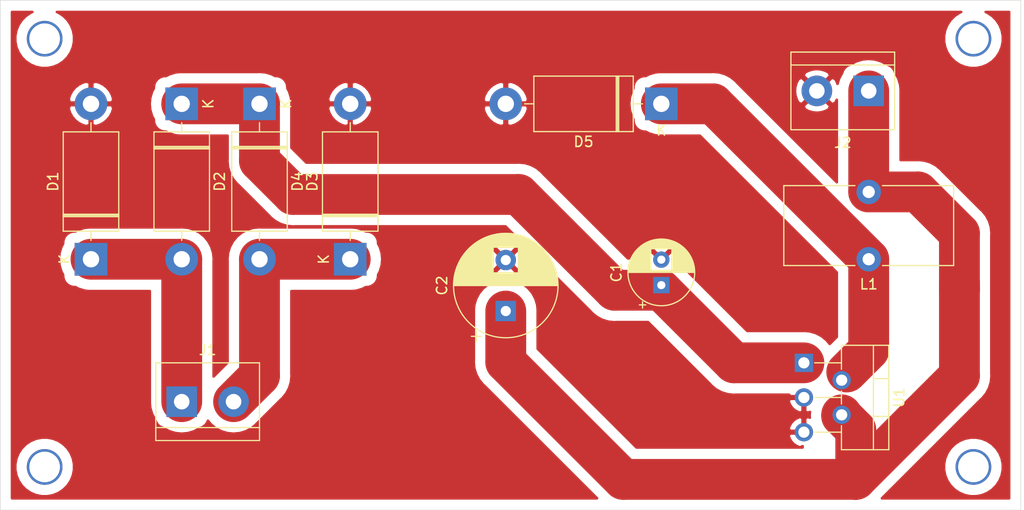
<source format=kicad_pcb>
(kicad_pcb (version 20171130) (host pcbnew 5.1.4)

  (general
    (thickness 1.6)
    (drawings 4)
    (tracks 35)
    (zones 0)
    (modules 11)
    (nets 7)
  )

  (page A4)
  (layers
    (0 F.Cu signal)
    (31 B.Cu signal)
    (32 B.Adhes user)
    (33 F.Adhes user)
    (34 B.Paste user)
    (35 F.Paste user)
    (36 B.SilkS user)
    (37 F.SilkS user)
    (38 B.Mask user)
    (39 F.Mask user)
    (40 Dwgs.User user)
    (41 Cmts.User user)
    (42 Eco1.User user)
    (43 Eco2.User user)
    (44 Edge.Cuts user)
    (45 Margin user)
    (46 B.CrtYd user)
    (47 F.CrtYd user)
    (48 B.Fab user)
    (49 F.Fab user)
  )

  (setup
    (last_trace_width 4)
    (user_trace_width 4)
    (trace_clearance 0.2)
    (zone_clearance 1)
    (zone_45_only no)
    (trace_min 0.2)
    (via_size 0.8)
    (via_drill 0.4)
    (via_min_size 0.4)
    (via_min_drill 0.3)
    (uvia_size 0.3)
    (uvia_drill 0.1)
    (uvias_allowed no)
    (uvia_min_size 0.2)
    (uvia_min_drill 0.1)
    (edge_width 0.05)
    (segment_width 0.2)
    (pcb_text_width 0.3)
    (pcb_text_size 1.5 1.5)
    (mod_edge_width 0.12)
    (mod_text_size 1 1)
    (mod_text_width 0.15)
    (pad_size 1.524 1.524)
    (pad_drill 0.762)
    (pad_to_mask_clearance 0.051)
    (solder_mask_min_width 0.25)
    (aux_axis_origin 120.65 62.23)
    (grid_origin 120.65 62.23)
    (visible_elements FFFFFF7F)
    (pcbplotparams
      (layerselection 0x010fc_ffffffff)
      (usegerberextensions false)
      (usegerberattributes false)
      (usegerberadvancedattributes false)
      (creategerberjobfile false)
      (excludeedgelayer true)
      (linewidth 0.100000)
      (plotframeref false)
      (viasonmask false)
      (mode 1)
      (useauxorigin false)
      (hpglpennumber 1)
      (hpglpenspeed 20)
      (hpglpendiameter 15.000000)
      (psnegative false)
      (psa4output false)
      (plotreference true)
      (plotvalue true)
      (plotinvisibletext false)
      (padsonsilk false)
      (subtractmaskfromsilk false)
      (outputformat 1)
      (mirror false)
      (drillshape 1)
      (scaleselection 1)
      (outputdirectory ""))
  )

  (net 0 "")
  (net 1 "Net-(C1-Pad1)")
  (net 2 GND)
  (net 3 +5V)
  (net 4 AC1)
  (net 5 AC2)
  (net 6 "Net-(D5-Pad1)")

  (net_class Default "Esta é a classe de rede padrão."
    (clearance 0.2)
    (trace_width 0.25)
    (via_dia 0.8)
    (via_drill 0.4)
    (uvia_dia 0.3)
    (uvia_drill 0.1)
    (add_net +5V)
    (add_net AC1)
    (add_net AC2)
    (add_net GND)
    (add_net "Net-(C1-Pad1)")
    (add_net "Net-(D5-Pad1)")
  )

  (module Capacitor_THT:CP_Radial_D6.3mm_P2.50mm (layer F.Cu) (tedit 5AE50EF0) (tstamp 5DBAC811)
    (at 185.42 90.17 90)
    (descr "CP, Radial series, Radial, pin pitch=2.50mm, , diameter=6.3mm, Electrolytic Capacitor")
    (tags "CP Radial series Radial pin pitch 2.50mm  diameter 6.3mm Electrolytic Capacitor")
    (path /5DB2F1B7)
    (fp_text reference C1 (at 1.25 -4.4 90) (layer F.SilkS)
      (effects (font (size 1 1) (thickness 0.15)))
    )
    (fp_text value 100uF (at 1.25 4.4 90) (layer F.Fab)
      (effects (font (size 1 1) (thickness 0.15)))
    )
    (fp_circle (center 1.25 0) (end 4.4 0) (layer F.Fab) (width 0.1))
    (fp_circle (center 1.25 0) (end 4.52 0) (layer F.SilkS) (width 0.12))
    (fp_circle (center 1.25 0) (end 4.65 0) (layer F.CrtYd) (width 0.05))
    (fp_line (start -1.443972 -1.3735) (end -0.813972 -1.3735) (layer F.Fab) (width 0.1))
    (fp_line (start -1.128972 -1.6885) (end -1.128972 -1.0585) (layer F.Fab) (width 0.1))
    (fp_line (start 1.25 -3.23) (end 1.25 3.23) (layer F.SilkS) (width 0.12))
    (fp_line (start 1.29 -3.23) (end 1.29 3.23) (layer F.SilkS) (width 0.12))
    (fp_line (start 1.33 -3.23) (end 1.33 3.23) (layer F.SilkS) (width 0.12))
    (fp_line (start 1.37 -3.228) (end 1.37 3.228) (layer F.SilkS) (width 0.12))
    (fp_line (start 1.41 -3.227) (end 1.41 3.227) (layer F.SilkS) (width 0.12))
    (fp_line (start 1.45 -3.224) (end 1.45 3.224) (layer F.SilkS) (width 0.12))
    (fp_line (start 1.49 -3.222) (end 1.49 -1.04) (layer F.SilkS) (width 0.12))
    (fp_line (start 1.49 1.04) (end 1.49 3.222) (layer F.SilkS) (width 0.12))
    (fp_line (start 1.53 -3.218) (end 1.53 -1.04) (layer F.SilkS) (width 0.12))
    (fp_line (start 1.53 1.04) (end 1.53 3.218) (layer F.SilkS) (width 0.12))
    (fp_line (start 1.57 -3.215) (end 1.57 -1.04) (layer F.SilkS) (width 0.12))
    (fp_line (start 1.57 1.04) (end 1.57 3.215) (layer F.SilkS) (width 0.12))
    (fp_line (start 1.61 -3.211) (end 1.61 -1.04) (layer F.SilkS) (width 0.12))
    (fp_line (start 1.61 1.04) (end 1.61 3.211) (layer F.SilkS) (width 0.12))
    (fp_line (start 1.65 -3.206) (end 1.65 -1.04) (layer F.SilkS) (width 0.12))
    (fp_line (start 1.65 1.04) (end 1.65 3.206) (layer F.SilkS) (width 0.12))
    (fp_line (start 1.69 -3.201) (end 1.69 -1.04) (layer F.SilkS) (width 0.12))
    (fp_line (start 1.69 1.04) (end 1.69 3.201) (layer F.SilkS) (width 0.12))
    (fp_line (start 1.73 -3.195) (end 1.73 -1.04) (layer F.SilkS) (width 0.12))
    (fp_line (start 1.73 1.04) (end 1.73 3.195) (layer F.SilkS) (width 0.12))
    (fp_line (start 1.77 -3.189) (end 1.77 -1.04) (layer F.SilkS) (width 0.12))
    (fp_line (start 1.77 1.04) (end 1.77 3.189) (layer F.SilkS) (width 0.12))
    (fp_line (start 1.81 -3.182) (end 1.81 -1.04) (layer F.SilkS) (width 0.12))
    (fp_line (start 1.81 1.04) (end 1.81 3.182) (layer F.SilkS) (width 0.12))
    (fp_line (start 1.85 -3.175) (end 1.85 -1.04) (layer F.SilkS) (width 0.12))
    (fp_line (start 1.85 1.04) (end 1.85 3.175) (layer F.SilkS) (width 0.12))
    (fp_line (start 1.89 -3.167) (end 1.89 -1.04) (layer F.SilkS) (width 0.12))
    (fp_line (start 1.89 1.04) (end 1.89 3.167) (layer F.SilkS) (width 0.12))
    (fp_line (start 1.93 -3.159) (end 1.93 -1.04) (layer F.SilkS) (width 0.12))
    (fp_line (start 1.93 1.04) (end 1.93 3.159) (layer F.SilkS) (width 0.12))
    (fp_line (start 1.971 -3.15) (end 1.971 -1.04) (layer F.SilkS) (width 0.12))
    (fp_line (start 1.971 1.04) (end 1.971 3.15) (layer F.SilkS) (width 0.12))
    (fp_line (start 2.011 -3.141) (end 2.011 -1.04) (layer F.SilkS) (width 0.12))
    (fp_line (start 2.011 1.04) (end 2.011 3.141) (layer F.SilkS) (width 0.12))
    (fp_line (start 2.051 -3.131) (end 2.051 -1.04) (layer F.SilkS) (width 0.12))
    (fp_line (start 2.051 1.04) (end 2.051 3.131) (layer F.SilkS) (width 0.12))
    (fp_line (start 2.091 -3.121) (end 2.091 -1.04) (layer F.SilkS) (width 0.12))
    (fp_line (start 2.091 1.04) (end 2.091 3.121) (layer F.SilkS) (width 0.12))
    (fp_line (start 2.131 -3.11) (end 2.131 -1.04) (layer F.SilkS) (width 0.12))
    (fp_line (start 2.131 1.04) (end 2.131 3.11) (layer F.SilkS) (width 0.12))
    (fp_line (start 2.171 -3.098) (end 2.171 -1.04) (layer F.SilkS) (width 0.12))
    (fp_line (start 2.171 1.04) (end 2.171 3.098) (layer F.SilkS) (width 0.12))
    (fp_line (start 2.211 -3.086) (end 2.211 -1.04) (layer F.SilkS) (width 0.12))
    (fp_line (start 2.211 1.04) (end 2.211 3.086) (layer F.SilkS) (width 0.12))
    (fp_line (start 2.251 -3.074) (end 2.251 -1.04) (layer F.SilkS) (width 0.12))
    (fp_line (start 2.251 1.04) (end 2.251 3.074) (layer F.SilkS) (width 0.12))
    (fp_line (start 2.291 -3.061) (end 2.291 -1.04) (layer F.SilkS) (width 0.12))
    (fp_line (start 2.291 1.04) (end 2.291 3.061) (layer F.SilkS) (width 0.12))
    (fp_line (start 2.331 -3.047) (end 2.331 -1.04) (layer F.SilkS) (width 0.12))
    (fp_line (start 2.331 1.04) (end 2.331 3.047) (layer F.SilkS) (width 0.12))
    (fp_line (start 2.371 -3.033) (end 2.371 -1.04) (layer F.SilkS) (width 0.12))
    (fp_line (start 2.371 1.04) (end 2.371 3.033) (layer F.SilkS) (width 0.12))
    (fp_line (start 2.411 -3.018) (end 2.411 -1.04) (layer F.SilkS) (width 0.12))
    (fp_line (start 2.411 1.04) (end 2.411 3.018) (layer F.SilkS) (width 0.12))
    (fp_line (start 2.451 -3.002) (end 2.451 -1.04) (layer F.SilkS) (width 0.12))
    (fp_line (start 2.451 1.04) (end 2.451 3.002) (layer F.SilkS) (width 0.12))
    (fp_line (start 2.491 -2.986) (end 2.491 -1.04) (layer F.SilkS) (width 0.12))
    (fp_line (start 2.491 1.04) (end 2.491 2.986) (layer F.SilkS) (width 0.12))
    (fp_line (start 2.531 -2.97) (end 2.531 -1.04) (layer F.SilkS) (width 0.12))
    (fp_line (start 2.531 1.04) (end 2.531 2.97) (layer F.SilkS) (width 0.12))
    (fp_line (start 2.571 -2.952) (end 2.571 -1.04) (layer F.SilkS) (width 0.12))
    (fp_line (start 2.571 1.04) (end 2.571 2.952) (layer F.SilkS) (width 0.12))
    (fp_line (start 2.611 -2.934) (end 2.611 -1.04) (layer F.SilkS) (width 0.12))
    (fp_line (start 2.611 1.04) (end 2.611 2.934) (layer F.SilkS) (width 0.12))
    (fp_line (start 2.651 -2.916) (end 2.651 -1.04) (layer F.SilkS) (width 0.12))
    (fp_line (start 2.651 1.04) (end 2.651 2.916) (layer F.SilkS) (width 0.12))
    (fp_line (start 2.691 -2.896) (end 2.691 -1.04) (layer F.SilkS) (width 0.12))
    (fp_line (start 2.691 1.04) (end 2.691 2.896) (layer F.SilkS) (width 0.12))
    (fp_line (start 2.731 -2.876) (end 2.731 -1.04) (layer F.SilkS) (width 0.12))
    (fp_line (start 2.731 1.04) (end 2.731 2.876) (layer F.SilkS) (width 0.12))
    (fp_line (start 2.771 -2.856) (end 2.771 -1.04) (layer F.SilkS) (width 0.12))
    (fp_line (start 2.771 1.04) (end 2.771 2.856) (layer F.SilkS) (width 0.12))
    (fp_line (start 2.811 -2.834) (end 2.811 -1.04) (layer F.SilkS) (width 0.12))
    (fp_line (start 2.811 1.04) (end 2.811 2.834) (layer F.SilkS) (width 0.12))
    (fp_line (start 2.851 -2.812) (end 2.851 -1.04) (layer F.SilkS) (width 0.12))
    (fp_line (start 2.851 1.04) (end 2.851 2.812) (layer F.SilkS) (width 0.12))
    (fp_line (start 2.891 -2.79) (end 2.891 -1.04) (layer F.SilkS) (width 0.12))
    (fp_line (start 2.891 1.04) (end 2.891 2.79) (layer F.SilkS) (width 0.12))
    (fp_line (start 2.931 -2.766) (end 2.931 -1.04) (layer F.SilkS) (width 0.12))
    (fp_line (start 2.931 1.04) (end 2.931 2.766) (layer F.SilkS) (width 0.12))
    (fp_line (start 2.971 -2.742) (end 2.971 -1.04) (layer F.SilkS) (width 0.12))
    (fp_line (start 2.971 1.04) (end 2.971 2.742) (layer F.SilkS) (width 0.12))
    (fp_line (start 3.011 -2.716) (end 3.011 -1.04) (layer F.SilkS) (width 0.12))
    (fp_line (start 3.011 1.04) (end 3.011 2.716) (layer F.SilkS) (width 0.12))
    (fp_line (start 3.051 -2.69) (end 3.051 -1.04) (layer F.SilkS) (width 0.12))
    (fp_line (start 3.051 1.04) (end 3.051 2.69) (layer F.SilkS) (width 0.12))
    (fp_line (start 3.091 -2.664) (end 3.091 -1.04) (layer F.SilkS) (width 0.12))
    (fp_line (start 3.091 1.04) (end 3.091 2.664) (layer F.SilkS) (width 0.12))
    (fp_line (start 3.131 -2.636) (end 3.131 -1.04) (layer F.SilkS) (width 0.12))
    (fp_line (start 3.131 1.04) (end 3.131 2.636) (layer F.SilkS) (width 0.12))
    (fp_line (start 3.171 -2.607) (end 3.171 -1.04) (layer F.SilkS) (width 0.12))
    (fp_line (start 3.171 1.04) (end 3.171 2.607) (layer F.SilkS) (width 0.12))
    (fp_line (start 3.211 -2.578) (end 3.211 -1.04) (layer F.SilkS) (width 0.12))
    (fp_line (start 3.211 1.04) (end 3.211 2.578) (layer F.SilkS) (width 0.12))
    (fp_line (start 3.251 -2.548) (end 3.251 -1.04) (layer F.SilkS) (width 0.12))
    (fp_line (start 3.251 1.04) (end 3.251 2.548) (layer F.SilkS) (width 0.12))
    (fp_line (start 3.291 -2.516) (end 3.291 -1.04) (layer F.SilkS) (width 0.12))
    (fp_line (start 3.291 1.04) (end 3.291 2.516) (layer F.SilkS) (width 0.12))
    (fp_line (start 3.331 -2.484) (end 3.331 -1.04) (layer F.SilkS) (width 0.12))
    (fp_line (start 3.331 1.04) (end 3.331 2.484) (layer F.SilkS) (width 0.12))
    (fp_line (start 3.371 -2.45) (end 3.371 -1.04) (layer F.SilkS) (width 0.12))
    (fp_line (start 3.371 1.04) (end 3.371 2.45) (layer F.SilkS) (width 0.12))
    (fp_line (start 3.411 -2.416) (end 3.411 -1.04) (layer F.SilkS) (width 0.12))
    (fp_line (start 3.411 1.04) (end 3.411 2.416) (layer F.SilkS) (width 0.12))
    (fp_line (start 3.451 -2.38) (end 3.451 -1.04) (layer F.SilkS) (width 0.12))
    (fp_line (start 3.451 1.04) (end 3.451 2.38) (layer F.SilkS) (width 0.12))
    (fp_line (start 3.491 -2.343) (end 3.491 -1.04) (layer F.SilkS) (width 0.12))
    (fp_line (start 3.491 1.04) (end 3.491 2.343) (layer F.SilkS) (width 0.12))
    (fp_line (start 3.531 -2.305) (end 3.531 -1.04) (layer F.SilkS) (width 0.12))
    (fp_line (start 3.531 1.04) (end 3.531 2.305) (layer F.SilkS) (width 0.12))
    (fp_line (start 3.571 -2.265) (end 3.571 2.265) (layer F.SilkS) (width 0.12))
    (fp_line (start 3.611 -2.224) (end 3.611 2.224) (layer F.SilkS) (width 0.12))
    (fp_line (start 3.651 -2.182) (end 3.651 2.182) (layer F.SilkS) (width 0.12))
    (fp_line (start 3.691 -2.137) (end 3.691 2.137) (layer F.SilkS) (width 0.12))
    (fp_line (start 3.731 -2.092) (end 3.731 2.092) (layer F.SilkS) (width 0.12))
    (fp_line (start 3.771 -2.044) (end 3.771 2.044) (layer F.SilkS) (width 0.12))
    (fp_line (start 3.811 -1.995) (end 3.811 1.995) (layer F.SilkS) (width 0.12))
    (fp_line (start 3.851 -1.944) (end 3.851 1.944) (layer F.SilkS) (width 0.12))
    (fp_line (start 3.891 -1.89) (end 3.891 1.89) (layer F.SilkS) (width 0.12))
    (fp_line (start 3.931 -1.834) (end 3.931 1.834) (layer F.SilkS) (width 0.12))
    (fp_line (start 3.971 -1.776) (end 3.971 1.776) (layer F.SilkS) (width 0.12))
    (fp_line (start 4.011 -1.714) (end 4.011 1.714) (layer F.SilkS) (width 0.12))
    (fp_line (start 4.051 -1.65) (end 4.051 1.65) (layer F.SilkS) (width 0.12))
    (fp_line (start 4.091 -1.581) (end 4.091 1.581) (layer F.SilkS) (width 0.12))
    (fp_line (start 4.131 -1.509) (end 4.131 1.509) (layer F.SilkS) (width 0.12))
    (fp_line (start 4.171 -1.432) (end 4.171 1.432) (layer F.SilkS) (width 0.12))
    (fp_line (start 4.211 -1.35) (end 4.211 1.35) (layer F.SilkS) (width 0.12))
    (fp_line (start 4.251 -1.262) (end 4.251 1.262) (layer F.SilkS) (width 0.12))
    (fp_line (start 4.291 -1.165) (end 4.291 1.165) (layer F.SilkS) (width 0.12))
    (fp_line (start 4.331 -1.059) (end 4.331 1.059) (layer F.SilkS) (width 0.12))
    (fp_line (start 4.371 -0.94) (end 4.371 0.94) (layer F.SilkS) (width 0.12))
    (fp_line (start 4.411 -0.802) (end 4.411 0.802) (layer F.SilkS) (width 0.12))
    (fp_line (start 4.451 -0.633) (end 4.451 0.633) (layer F.SilkS) (width 0.12))
    (fp_line (start 4.491 -0.402) (end 4.491 0.402) (layer F.SilkS) (width 0.12))
    (fp_line (start -2.250241 -1.839) (end -1.620241 -1.839) (layer F.SilkS) (width 0.12))
    (fp_line (start -1.935241 -2.154) (end -1.935241 -1.524) (layer F.SilkS) (width 0.12))
    (fp_text user %R (at 1.25 0 90) (layer F.Fab)
      (effects (font (size 1 1) (thickness 0.15)))
    )
    (pad 1 thru_hole rect (at 0 0 90) (size 1.6 1.6) (drill 0.8) (layers *.Cu *.Mask)
      (net 1 "Net-(C1-Pad1)"))
    (pad 2 thru_hole circle (at 2.5 0 90) (size 1.6 1.6) (drill 0.8) (layers *.Cu *.Mask)
      (net 2 GND))
    (model ${KISYS3DMOD}/Capacitor_THT.3dshapes/CP_Radial_D6.3mm_P2.50mm.wrl
      (at (xyz 0 0 0))
      (scale (xyz 1 1 1))
      (rotate (xyz 0 0 0))
    )
  )

  (module Capacitor_THT:CP_Radial_D10.0mm_P5.00mm (layer F.Cu) (tedit 5AE50EF1) (tstamp 5DBAC8DD)
    (at 170.18 92.71 90)
    (descr "CP, Radial series, Radial, pin pitch=5.00mm, , diameter=10mm, Electrolytic Capacitor")
    (tags "CP Radial series Radial pin pitch 5.00mm  diameter 10mm Electrolytic Capacitor")
    (path /5DB2E14A)
    (fp_text reference C2 (at 2.5 -6.25 90) (layer F.SilkS)
      (effects (font (size 1 1) (thickness 0.15)))
    )
    (fp_text value 1000uF (at 2.5 6.25 90) (layer F.Fab)
      (effects (font (size 1 1) (thickness 0.15)))
    )
    (fp_circle (center 2.5 0) (end 7.5 0) (layer F.Fab) (width 0.1))
    (fp_circle (center 2.5 0) (end 7.62 0) (layer F.SilkS) (width 0.12))
    (fp_circle (center 2.5 0) (end 7.75 0) (layer F.CrtYd) (width 0.05))
    (fp_line (start -1.788861 -2.1875) (end -0.788861 -2.1875) (layer F.Fab) (width 0.1))
    (fp_line (start -1.288861 -2.6875) (end -1.288861 -1.6875) (layer F.Fab) (width 0.1))
    (fp_line (start 2.5 -5.08) (end 2.5 5.08) (layer F.SilkS) (width 0.12))
    (fp_line (start 2.54 -5.08) (end 2.54 5.08) (layer F.SilkS) (width 0.12))
    (fp_line (start 2.58 -5.08) (end 2.58 5.08) (layer F.SilkS) (width 0.12))
    (fp_line (start 2.62 -5.079) (end 2.62 5.079) (layer F.SilkS) (width 0.12))
    (fp_line (start 2.66 -5.078) (end 2.66 5.078) (layer F.SilkS) (width 0.12))
    (fp_line (start 2.7 -5.077) (end 2.7 5.077) (layer F.SilkS) (width 0.12))
    (fp_line (start 2.74 -5.075) (end 2.74 5.075) (layer F.SilkS) (width 0.12))
    (fp_line (start 2.78 -5.073) (end 2.78 5.073) (layer F.SilkS) (width 0.12))
    (fp_line (start 2.82 -5.07) (end 2.82 5.07) (layer F.SilkS) (width 0.12))
    (fp_line (start 2.86 -5.068) (end 2.86 5.068) (layer F.SilkS) (width 0.12))
    (fp_line (start 2.9 -5.065) (end 2.9 5.065) (layer F.SilkS) (width 0.12))
    (fp_line (start 2.94 -5.062) (end 2.94 5.062) (layer F.SilkS) (width 0.12))
    (fp_line (start 2.98 -5.058) (end 2.98 5.058) (layer F.SilkS) (width 0.12))
    (fp_line (start 3.02 -5.054) (end 3.02 5.054) (layer F.SilkS) (width 0.12))
    (fp_line (start 3.06 -5.05) (end 3.06 5.05) (layer F.SilkS) (width 0.12))
    (fp_line (start 3.1 -5.045) (end 3.1 5.045) (layer F.SilkS) (width 0.12))
    (fp_line (start 3.14 -5.04) (end 3.14 5.04) (layer F.SilkS) (width 0.12))
    (fp_line (start 3.18 -5.035) (end 3.18 5.035) (layer F.SilkS) (width 0.12))
    (fp_line (start 3.221 -5.03) (end 3.221 5.03) (layer F.SilkS) (width 0.12))
    (fp_line (start 3.261 -5.024) (end 3.261 5.024) (layer F.SilkS) (width 0.12))
    (fp_line (start 3.301 -5.018) (end 3.301 5.018) (layer F.SilkS) (width 0.12))
    (fp_line (start 3.341 -5.011) (end 3.341 5.011) (layer F.SilkS) (width 0.12))
    (fp_line (start 3.381 -5.004) (end 3.381 5.004) (layer F.SilkS) (width 0.12))
    (fp_line (start 3.421 -4.997) (end 3.421 4.997) (layer F.SilkS) (width 0.12))
    (fp_line (start 3.461 -4.99) (end 3.461 4.99) (layer F.SilkS) (width 0.12))
    (fp_line (start 3.501 -4.982) (end 3.501 4.982) (layer F.SilkS) (width 0.12))
    (fp_line (start 3.541 -4.974) (end 3.541 4.974) (layer F.SilkS) (width 0.12))
    (fp_line (start 3.581 -4.965) (end 3.581 4.965) (layer F.SilkS) (width 0.12))
    (fp_line (start 3.621 -4.956) (end 3.621 4.956) (layer F.SilkS) (width 0.12))
    (fp_line (start 3.661 -4.947) (end 3.661 4.947) (layer F.SilkS) (width 0.12))
    (fp_line (start 3.701 -4.938) (end 3.701 4.938) (layer F.SilkS) (width 0.12))
    (fp_line (start 3.741 -4.928) (end 3.741 4.928) (layer F.SilkS) (width 0.12))
    (fp_line (start 3.781 -4.918) (end 3.781 -1.241) (layer F.SilkS) (width 0.12))
    (fp_line (start 3.781 1.241) (end 3.781 4.918) (layer F.SilkS) (width 0.12))
    (fp_line (start 3.821 -4.907) (end 3.821 -1.241) (layer F.SilkS) (width 0.12))
    (fp_line (start 3.821 1.241) (end 3.821 4.907) (layer F.SilkS) (width 0.12))
    (fp_line (start 3.861 -4.897) (end 3.861 -1.241) (layer F.SilkS) (width 0.12))
    (fp_line (start 3.861 1.241) (end 3.861 4.897) (layer F.SilkS) (width 0.12))
    (fp_line (start 3.901 -4.885) (end 3.901 -1.241) (layer F.SilkS) (width 0.12))
    (fp_line (start 3.901 1.241) (end 3.901 4.885) (layer F.SilkS) (width 0.12))
    (fp_line (start 3.941 -4.874) (end 3.941 -1.241) (layer F.SilkS) (width 0.12))
    (fp_line (start 3.941 1.241) (end 3.941 4.874) (layer F.SilkS) (width 0.12))
    (fp_line (start 3.981 -4.862) (end 3.981 -1.241) (layer F.SilkS) (width 0.12))
    (fp_line (start 3.981 1.241) (end 3.981 4.862) (layer F.SilkS) (width 0.12))
    (fp_line (start 4.021 -4.85) (end 4.021 -1.241) (layer F.SilkS) (width 0.12))
    (fp_line (start 4.021 1.241) (end 4.021 4.85) (layer F.SilkS) (width 0.12))
    (fp_line (start 4.061 -4.837) (end 4.061 -1.241) (layer F.SilkS) (width 0.12))
    (fp_line (start 4.061 1.241) (end 4.061 4.837) (layer F.SilkS) (width 0.12))
    (fp_line (start 4.101 -4.824) (end 4.101 -1.241) (layer F.SilkS) (width 0.12))
    (fp_line (start 4.101 1.241) (end 4.101 4.824) (layer F.SilkS) (width 0.12))
    (fp_line (start 4.141 -4.811) (end 4.141 -1.241) (layer F.SilkS) (width 0.12))
    (fp_line (start 4.141 1.241) (end 4.141 4.811) (layer F.SilkS) (width 0.12))
    (fp_line (start 4.181 -4.797) (end 4.181 -1.241) (layer F.SilkS) (width 0.12))
    (fp_line (start 4.181 1.241) (end 4.181 4.797) (layer F.SilkS) (width 0.12))
    (fp_line (start 4.221 -4.783) (end 4.221 -1.241) (layer F.SilkS) (width 0.12))
    (fp_line (start 4.221 1.241) (end 4.221 4.783) (layer F.SilkS) (width 0.12))
    (fp_line (start 4.261 -4.768) (end 4.261 -1.241) (layer F.SilkS) (width 0.12))
    (fp_line (start 4.261 1.241) (end 4.261 4.768) (layer F.SilkS) (width 0.12))
    (fp_line (start 4.301 -4.754) (end 4.301 -1.241) (layer F.SilkS) (width 0.12))
    (fp_line (start 4.301 1.241) (end 4.301 4.754) (layer F.SilkS) (width 0.12))
    (fp_line (start 4.341 -4.738) (end 4.341 -1.241) (layer F.SilkS) (width 0.12))
    (fp_line (start 4.341 1.241) (end 4.341 4.738) (layer F.SilkS) (width 0.12))
    (fp_line (start 4.381 -4.723) (end 4.381 -1.241) (layer F.SilkS) (width 0.12))
    (fp_line (start 4.381 1.241) (end 4.381 4.723) (layer F.SilkS) (width 0.12))
    (fp_line (start 4.421 -4.707) (end 4.421 -1.241) (layer F.SilkS) (width 0.12))
    (fp_line (start 4.421 1.241) (end 4.421 4.707) (layer F.SilkS) (width 0.12))
    (fp_line (start 4.461 -4.69) (end 4.461 -1.241) (layer F.SilkS) (width 0.12))
    (fp_line (start 4.461 1.241) (end 4.461 4.69) (layer F.SilkS) (width 0.12))
    (fp_line (start 4.501 -4.674) (end 4.501 -1.241) (layer F.SilkS) (width 0.12))
    (fp_line (start 4.501 1.241) (end 4.501 4.674) (layer F.SilkS) (width 0.12))
    (fp_line (start 4.541 -4.657) (end 4.541 -1.241) (layer F.SilkS) (width 0.12))
    (fp_line (start 4.541 1.241) (end 4.541 4.657) (layer F.SilkS) (width 0.12))
    (fp_line (start 4.581 -4.639) (end 4.581 -1.241) (layer F.SilkS) (width 0.12))
    (fp_line (start 4.581 1.241) (end 4.581 4.639) (layer F.SilkS) (width 0.12))
    (fp_line (start 4.621 -4.621) (end 4.621 -1.241) (layer F.SilkS) (width 0.12))
    (fp_line (start 4.621 1.241) (end 4.621 4.621) (layer F.SilkS) (width 0.12))
    (fp_line (start 4.661 -4.603) (end 4.661 -1.241) (layer F.SilkS) (width 0.12))
    (fp_line (start 4.661 1.241) (end 4.661 4.603) (layer F.SilkS) (width 0.12))
    (fp_line (start 4.701 -4.584) (end 4.701 -1.241) (layer F.SilkS) (width 0.12))
    (fp_line (start 4.701 1.241) (end 4.701 4.584) (layer F.SilkS) (width 0.12))
    (fp_line (start 4.741 -4.564) (end 4.741 -1.241) (layer F.SilkS) (width 0.12))
    (fp_line (start 4.741 1.241) (end 4.741 4.564) (layer F.SilkS) (width 0.12))
    (fp_line (start 4.781 -4.545) (end 4.781 -1.241) (layer F.SilkS) (width 0.12))
    (fp_line (start 4.781 1.241) (end 4.781 4.545) (layer F.SilkS) (width 0.12))
    (fp_line (start 4.821 -4.525) (end 4.821 -1.241) (layer F.SilkS) (width 0.12))
    (fp_line (start 4.821 1.241) (end 4.821 4.525) (layer F.SilkS) (width 0.12))
    (fp_line (start 4.861 -4.504) (end 4.861 -1.241) (layer F.SilkS) (width 0.12))
    (fp_line (start 4.861 1.241) (end 4.861 4.504) (layer F.SilkS) (width 0.12))
    (fp_line (start 4.901 -4.483) (end 4.901 -1.241) (layer F.SilkS) (width 0.12))
    (fp_line (start 4.901 1.241) (end 4.901 4.483) (layer F.SilkS) (width 0.12))
    (fp_line (start 4.941 -4.462) (end 4.941 -1.241) (layer F.SilkS) (width 0.12))
    (fp_line (start 4.941 1.241) (end 4.941 4.462) (layer F.SilkS) (width 0.12))
    (fp_line (start 4.981 -4.44) (end 4.981 -1.241) (layer F.SilkS) (width 0.12))
    (fp_line (start 4.981 1.241) (end 4.981 4.44) (layer F.SilkS) (width 0.12))
    (fp_line (start 5.021 -4.417) (end 5.021 -1.241) (layer F.SilkS) (width 0.12))
    (fp_line (start 5.021 1.241) (end 5.021 4.417) (layer F.SilkS) (width 0.12))
    (fp_line (start 5.061 -4.395) (end 5.061 -1.241) (layer F.SilkS) (width 0.12))
    (fp_line (start 5.061 1.241) (end 5.061 4.395) (layer F.SilkS) (width 0.12))
    (fp_line (start 5.101 -4.371) (end 5.101 -1.241) (layer F.SilkS) (width 0.12))
    (fp_line (start 5.101 1.241) (end 5.101 4.371) (layer F.SilkS) (width 0.12))
    (fp_line (start 5.141 -4.347) (end 5.141 -1.241) (layer F.SilkS) (width 0.12))
    (fp_line (start 5.141 1.241) (end 5.141 4.347) (layer F.SilkS) (width 0.12))
    (fp_line (start 5.181 -4.323) (end 5.181 -1.241) (layer F.SilkS) (width 0.12))
    (fp_line (start 5.181 1.241) (end 5.181 4.323) (layer F.SilkS) (width 0.12))
    (fp_line (start 5.221 -4.298) (end 5.221 -1.241) (layer F.SilkS) (width 0.12))
    (fp_line (start 5.221 1.241) (end 5.221 4.298) (layer F.SilkS) (width 0.12))
    (fp_line (start 5.261 -4.273) (end 5.261 -1.241) (layer F.SilkS) (width 0.12))
    (fp_line (start 5.261 1.241) (end 5.261 4.273) (layer F.SilkS) (width 0.12))
    (fp_line (start 5.301 -4.247) (end 5.301 -1.241) (layer F.SilkS) (width 0.12))
    (fp_line (start 5.301 1.241) (end 5.301 4.247) (layer F.SilkS) (width 0.12))
    (fp_line (start 5.341 -4.221) (end 5.341 -1.241) (layer F.SilkS) (width 0.12))
    (fp_line (start 5.341 1.241) (end 5.341 4.221) (layer F.SilkS) (width 0.12))
    (fp_line (start 5.381 -4.194) (end 5.381 -1.241) (layer F.SilkS) (width 0.12))
    (fp_line (start 5.381 1.241) (end 5.381 4.194) (layer F.SilkS) (width 0.12))
    (fp_line (start 5.421 -4.166) (end 5.421 -1.241) (layer F.SilkS) (width 0.12))
    (fp_line (start 5.421 1.241) (end 5.421 4.166) (layer F.SilkS) (width 0.12))
    (fp_line (start 5.461 -4.138) (end 5.461 -1.241) (layer F.SilkS) (width 0.12))
    (fp_line (start 5.461 1.241) (end 5.461 4.138) (layer F.SilkS) (width 0.12))
    (fp_line (start 5.501 -4.11) (end 5.501 -1.241) (layer F.SilkS) (width 0.12))
    (fp_line (start 5.501 1.241) (end 5.501 4.11) (layer F.SilkS) (width 0.12))
    (fp_line (start 5.541 -4.08) (end 5.541 -1.241) (layer F.SilkS) (width 0.12))
    (fp_line (start 5.541 1.241) (end 5.541 4.08) (layer F.SilkS) (width 0.12))
    (fp_line (start 5.581 -4.05) (end 5.581 -1.241) (layer F.SilkS) (width 0.12))
    (fp_line (start 5.581 1.241) (end 5.581 4.05) (layer F.SilkS) (width 0.12))
    (fp_line (start 5.621 -4.02) (end 5.621 -1.241) (layer F.SilkS) (width 0.12))
    (fp_line (start 5.621 1.241) (end 5.621 4.02) (layer F.SilkS) (width 0.12))
    (fp_line (start 5.661 -3.989) (end 5.661 -1.241) (layer F.SilkS) (width 0.12))
    (fp_line (start 5.661 1.241) (end 5.661 3.989) (layer F.SilkS) (width 0.12))
    (fp_line (start 5.701 -3.957) (end 5.701 -1.241) (layer F.SilkS) (width 0.12))
    (fp_line (start 5.701 1.241) (end 5.701 3.957) (layer F.SilkS) (width 0.12))
    (fp_line (start 5.741 -3.925) (end 5.741 -1.241) (layer F.SilkS) (width 0.12))
    (fp_line (start 5.741 1.241) (end 5.741 3.925) (layer F.SilkS) (width 0.12))
    (fp_line (start 5.781 -3.892) (end 5.781 -1.241) (layer F.SilkS) (width 0.12))
    (fp_line (start 5.781 1.241) (end 5.781 3.892) (layer F.SilkS) (width 0.12))
    (fp_line (start 5.821 -3.858) (end 5.821 -1.241) (layer F.SilkS) (width 0.12))
    (fp_line (start 5.821 1.241) (end 5.821 3.858) (layer F.SilkS) (width 0.12))
    (fp_line (start 5.861 -3.824) (end 5.861 -1.241) (layer F.SilkS) (width 0.12))
    (fp_line (start 5.861 1.241) (end 5.861 3.824) (layer F.SilkS) (width 0.12))
    (fp_line (start 5.901 -3.789) (end 5.901 -1.241) (layer F.SilkS) (width 0.12))
    (fp_line (start 5.901 1.241) (end 5.901 3.789) (layer F.SilkS) (width 0.12))
    (fp_line (start 5.941 -3.753) (end 5.941 -1.241) (layer F.SilkS) (width 0.12))
    (fp_line (start 5.941 1.241) (end 5.941 3.753) (layer F.SilkS) (width 0.12))
    (fp_line (start 5.981 -3.716) (end 5.981 -1.241) (layer F.SilkS) (width 0.12))
    (fp_line (start 5.981 1.241) (end 5.981 3.716) (layer F.SilkS) (width 0.12))
    (fp_line (start 6.021 -3.679) (end 6.021 -1.241) (layer F.SilkS) (width 0.12))
    (fp_line (start 6.021 1.241) (end 6.021 3.679) (layer F.SilkS) (width 0.12))
    (fp_line (start 6.061 -3.64) (end 6.061 -1.241) (layer F.SilkS) (width 0.12))
    (fp_line (start 6.061 1.241) (end 6.061 3.64) (layer F.SilkS) (width 0.12))
    (fp_line (start 6.101 -3.601) (end 6.101 -1.241) (layer F.SilkS) (width 0.12))
    (fp_line (start 6.101 1.241) (end 6.101 3.601) (layer F.SilkS) (width 0.12))
    (fp_line (start 6.141 -3.561) (end 6.141 -1.241) (layer F.SilkS) (width 0.12))
    (fp_line (start 6.141 1.241) (end 6.141 3.561) (layer F.SilkS) (width 0.12))
    (fp_line (start 6.181 -3.52) (end 6.181 -1.241) (layer F.SilkS) (width 0.12))
    (fp_line (start 6.181 1.241) (end 6.181 3.52) (layer F.SilkS) (width 0.12))
    (fp_line (start 6.221 -3.478) (end 6.221 -1.241) (layer F.SilkS) (width 0.12))
    (fp_line (start 6.221 1.241) (end 6.221 3.478) (layer F.SilkS) (width 0.12))
    (fp_line (start 6.261 -3.436) (end 6.261 3.436) (layer F.SilkS) (width 0.12))
    (fp_line (start 6.301 -3.392) (end 6.301 3.392) (layer F.SilkS) (width 0.12))
    (fp_line (start 6.341 -3.347) (end 6.341 3.347) (layer F.SilkS) (width 0.12))
    (fp_line (start 6.381 -3.301) (end 6.381 3.301) (layer F.SilkS) (width 0.12))
    (fp_line (start 6.421 -3.254) (end 6.421 3.254) (layer F.SilkS) (width 0.12))
    (fp_line (start 6.461 -3.206) (end 6.461 3.206) (layer F.SilkS) (width 0.12))
    (fp_line (start 6.501 -3.156) (end 6.501 3.156) (layer F.SilkS) (width 0.12))
    (fp_line (start 6.541 -3.106) (end 6.541 3.106) (layer F.SilkS) (width 0.12))
    (fp_line (start 6.581 -3.054) (end 6.581 3.054) (layer F.SilkS) (width 0.12))
    (fp_line (start 6.621 -3) (end 6.621 3) (layer F.SilkS) (width 0.12))
    (fp_line (start 6.661 -2.945) (end 6.661 2.945) (layer F.SilkS) (width 0.12))
    (fp_line (start 6.701 -2.889) (end 6.701 2.889) (layer F.SilkS) (width 0.12))
    (fp_line (start 6.741 -2.83) (end 6.741 2.83) (layer F.SilkS) (width 0.12))
    (fp_line (start 6.781 -2.77) (end 6.781 2.77) (layer F.SilkS) (width 0.12))
    (fp_line (start 6.821 -2.709) (end 6.821 2.709) (layer F.SilkS) (width 0.12))
    (fp_line (start 6.861 -2.645) (end 6.861 2.645) (layer F.SilkS) (width 0.12))
    (fp_line (start 6.901 -2.579) (end 6.901 2.579) (layer F.SilkS) (width 0.12))
    (fp_line (start 6.941 -2.51) (end 6.941 2.51) (layer F.SilkS) (width 0.12))
    (fp_line (start 6.981 -2.439) (end 6.981 2.439) (layer F.SilkS) (width 0.12))
    (fp_line (start 7.021 -2.365) (end 7.021 2.365) (layer F.SilkS) (width 0.12))
    (fp_line (start 7.061 -2.289) (end 7.061 2.289) (layer F.SilkS) (width 0.12))
    (fp_line (start 7.101 -2.209) (end 7.101 2.209) (layer F.SilkS) (width 0.12))
    (fp_line (start 7.141 -2.125) (end 7.141 2.125) (layer F.SilkS) (width 0.12))
    (fp_line (start 7.181 -2.037) (end 7.181 2.037) (layer F.SilkS) (width 0.12))
    (fp_line (start 7.221 -1.944) (end 7.221 1.944) (layer F.SilkS) (width 0.12))
    (fp_line (start 7.261 -1.846) (end 7.261 1.846) (layer F.SilkS) (width 0.12))
    (fp_line (start 7.301 -1.742) (end 7.301 1.742) (layer F.SilkS) (width 0.12))
    (fp_line (start 7.341 -1.63) (end 7.341 1.63) (layer F.SilkS) (width 0.12))
    (fp_line (start 7.381 -1.51) (end 7.381 1.51) (layer F.SilkS) (width 0.12))
    (fp_line (start 7.421 -1.378) (end 7.421 1.378) (layer F.SilkS) (width 0.12))
    (fp_line (start 7.461 -1.23) (end 7.461 1.23) (layer F.SilkS) (width 0.12))
    (fp_line (start 7.501 -1.062) (end 7.501 1.062) (layer F.SilkS) (width 0.12))
    (fp_line (start 7.541 -0.862) (end 7.541 0.862) (layer F.SilkS) (width 0.12))
    (fp_line (start 7.581 -0.599) (end 7.581 0.599) (layer F.SilkS) (width 0.12))
    (fp_line (start -2.979646 -2.875) (end -1.979646 -2.875) (layer F.SilkS) (width 0.12))
    (fp_line (start -2.479646 -3.375) (end -2.479646 -2.375) (layer F.SilkS) (width 0.12))
    (fp_text user %R (at 2.5 0 90) (layer F.Fab)
      (effects (font (size 1 1) (thickness 0.15)))
    )
    (pad 1 thru_hole rect (at 0 0 90) (size 2 2) (drill 1) (layers *.Cu *.Mask)
      (net 3 +5V))
    (pad 2 thru_hole circle (at 5 0 90) (size 2 2) (drill 1) (layers *.Cu *.Mask)
      (net 2 GND))
    (model ${KISYS3DMOD}/Capacitor_THT.3dshapes/CP_Radial_D10.0mm_P5.00mm.wrl
      (at (xyz 0 0 0))
      (scale (xyz 1 1 1))
      (rotate (xyz 0 0 0))
    )
  )

  (module Diode_THT:D_DO-201AD_P15.24mm_Horizontal (layer F.Cu) (tedit 5AE50CD5) (tstamp 5DBAC8FC)
    (at 129.54 87.63 90)
    (descr "Diode, DO-201AD series, Axial, Horizontal, pin pitch=15.24mm, , length*diameter=9.5*5.2mm^2, , http://www.diodes.com/_files/packages/DO-201AD.pdf")
    (tags "Diode DO-201AD series Axial Horizontal pin pitch 15.24mm  length 9.5mm diameter 5.2mm")
    (path /5DBA7EBF)
    (fp_text reference D1 (at 7.62 -3.72 90) (layer F.SilkS)
      (effects (font (size 1 1) (thickness 0.15)))
    )
    (fp_text value 1N5408 (at 7.62 3.72 90) (layer F.Fab)
      (effects (font (size 1 1) (thickness 0.15)))
    )
    (fp_line (start 2.87 -2.6) (end 2.87 2.6) (layer F.Fab) (width 0.1))
    (fp_line (start 2.87 2.6) (end 12.37 2.6) (layer F.Fab) (width 0.1))
    (fp_line (start 12.37 2.6) (end 12.37 -2.6) (layer F.Fab) (width 0.1))
    (fp_line (start 12.37 -2.6) (end 2.87 -2.6) (layer F.Fab) (width 0.1))
    (fp_line (start 0 0) (end 2.87 0) (layer F.Fab) (width 0.1))
    (fp_line (start 15.24 0) (end 12.37 0) (layer F.Fab) (width 0.1))
    (fp_line (start 4.295 -2.6) (end 4.295 2.6) (layer F.Fab) (width 0.1))
    (fp_line (start 4.395 -2.6) (end 4.395 2.6) (layer F.Fab) (width 0.1))
    (fp_line (start 4.195 -2.6) (end 4.195 2.6) (layer F.Fab) (width 0.1))
    (fp_line (start 2.75 -2.72) (end 2.75 2.72) (layer F.SilkS) (width 0.12))
    (fp_line (start 2.75 2.72) (end 12.49 2.72) (layer F.SilkS) (width 0.12))
    (fp_line (start 12.49 2.72) (end 12.49 -2.72) (layer F.SilkS) (width 0.12))
    (fp_line (start 12.49 -2.72) (end 2.75 -2.72) (layer F.SilkS) (width 0.12))
    (fp_line (start 1.84 0) (end 2.75 0) (layer F.SilkS) (width 0.12))
    (fp_line (start 13.4 0) (end 12.49 0) (layer F.SilkS) (width 0.12))
    (fp_line (start 4.295 -2.72) (end 4.295 2.72) (layer F.SilkS) (width 0.12))
    (fp_line (start 4.415 -2.72) (end 4.415 2.72) (layer F.SilkS) (width 0.12))
    (fp_line (start 4.175 -2.72) (end 4.175 2.72) (layer F.SilkS) (width 0.12))
    (fp_line (start -1.85 -2.85) (end -1.85 2.85) (layer F.CrtYd) (width 0.05))
    (fp_line (start -1.85 2.85) (end 17.09 2.85) (layer F.CrtYd) (width 0.05))
    (fp_line (start 17.09 2.85) (end 17.09 -2.85) (layer F.CrtYd) (width 0.05))
    (fp_line (start 17.09 -2.85) (end -1.85 -2.85) (layer F.CrtYd) (width 0.05))
    (fp_text user %R (at 8.3325 0 90) (layer F.Fab)
      (effects (font (size 1 1) (thickness 0.15)))
    )
    (fp_text user K (at 0 -2.6 90) (layer F.Fab)
      (effects (font (size 1 1) (thickness 0.15)))
    )
    (fp_text user K (at 0 -2.6 90) (layer F.SilkS)
      (effects (font (size 1 1) (thickness 0.15)))
    )
    (pad 1 thru_hole rect (at 0 0 90) (size 3.2 3.2) (drill 1.6) (layers *.Cu *.Mask)
      (net 4 AC1))
    (pad 2 thru_hole oval (at 15.24 0 90) (size 3.2 3.2) (drill 1.6) (layers *.Cu *.Mask)
      (net 2 GND))
    (model ${KISYS3DMOD}/Diode_THT.3dshapes/D_DO-201AD_P15.24mm_Horizontal.wrl
      (at (xyz 0 0 0))
      (scale (xyz 1 1 1))
      (rotate (xyz 0 0 0))
    )
  )

  (module Diode_THT:D_DO-201AD_P15.24mm_Horizontal (layer F.Cu) (tedit 5AE50CD5) (tstamp 5DBAC91B)
    (at 138.43 72.39 270)
    (descr "Diode, DO-201AD series, Axial, Horizontal, pin pitch=15.24mm, , length*diameter=9.5*5.2mm^2, , http://www.diodes.com/_files/packages/DO-201AD.pdf")
    (tags "Diode DO-201AD series Axial Horizontal pin pitch 15.24mm  length 9.5mm diameter 5.2mm")
    (path /5DBAB891)
    (fp_text reference D2 (at 7.62 -3.72 90) (layer F.SilkS)
      (effects (font (size 1 1) (thickness 0.15)))
    )
    (fp_text value 1N5408 (at 7.62 3.72 90) (layer F.Fab)
      (effects (font (size 1 1) (thickness 0.15)))
    )
    (fp_text user K (at 0 -2.6 90) (layer F.SilkS)
      (effects (font (size 1 1) (thickness 0.15)))
    )
    (fp_text user K (at 0 -2.6 90) (layer F.Fab)
      (effects (font (size 1 1) (thickness 0.15)))
    )
    (fp_text user %R (at 8.3325 0 90) (layer F.Fab)
      (effects (font (size 1 1) (thickness 0.15)))
    )
    (fp_line (start 17.09 -2.85) (end -1.85 -2.85) (layer F.CrtYd) (width 0.05))
    (fp_line (start 17.09 2.85) (end 17.09 -2.85) (layer F.CrtYd) (width 0.05))
    (fp_line (start -1.85 2.85) (end 17.09 2.85) (layer F.CrtYd) (width 0.05))
    (fp_line (start -1.85 -2.85) (end -1.85 2.85) (layer F.CrtYd) (width 0.05))
    (fp_line (start 4.175 -2.72) (end 4.175 2.72) (layer F.SilkS) (width 0.12))
    (fp_line (start 4.415 -2.72) (end 4.415 2.72) (layer F.SilkS) (width 0.12))
    (fp_line (start 4.295 -2.72) (end 4.295 2.72) (layer F.SilkS) (width 0.12))
    (fp_line (start 13.4 0) (end 12.49 0) (layer F.SilkS) (width 0.12))
    (fp_line (start 1.84 0) (end 2.75 0) (layer F.SilkS) (width 0.12))
    (fp_line (start 12.49 -2.72) (end 2.75 -2.72) (layer F.SilkS) (width 0.12))
    (fp_line (start 12.49 2.72) (end 12.49 -2.72) (layer F.SilkS) (width 0.12))
    (fp_line (start 2.75 2.72) (end 12.49 2.72) (layer F.SilkS) (width 0.12))
    (fp_line (start 2.75 -2.72) (end 2.75 2.72) (layer F.SilkS) (width 0.12))
    (fp_line (start 4.195 -2.6) (end 4.195 2.6) (layer F.Fab) (width 0.1))
    (fp_line (start 4.395 -2.6) (end 4.395 2.6) (layer F.Fab) (width 0.1))
    (fp_line (start 4.295 -2.6) (end 4.295 2.6) (layer F.Fab) (width 0.1))
    (fp_line (start 15.24 0) (end 12.37 0) (layer F.Fab) (width 0.1))
    (fp_line (start 0 0) (end 2.87 0) (layer F.Fab) (width 0.1))
    (fp_line (start 12.37 -2.6) (end 2.87 -2.6) (layer F.Fab) (width 0.1))
    (fp_line (start 12.37 2.6) (end 12.37 -2.6) (layer F.Fab) (width 0.1))
    (fp_line (start 2.87 2.6) (end 12.37 2.6) (layer F.Fab) (width 0.1))
    (fp_line (start 2.87 -2.6) (end 2.87 2.6) (layer F.Fab) (width 0.1))
    (pad 2 thru_hole oval (at 15.24 0 270) (size 3.2 3.2) (drill 1.6) (layers *.Cu *.Mask)
      (net 4 AC1))
    (pad 1 thru_hole rect (at 0 0 270) (size 3.2 3.2) (drill 1.6) (layers *.Cu *.Mask)
      (net 1 "Net-(C1-Pad1)"))
    (model ${KISYS3DMOD}/Diode_THT.3dshapes/D_DO-201AD_P15.24mm_Horizontal.wrl
      (at (xyz 0 0 0))
      (scale (xyz 1 1 1))
      (rotate (xyz 0 0 0))
    )
  )

  (module Diode_THT:D_DO-201AD_P15.24mm_Horizontal (layer F.Cu) (tedit 5AE50CD5) (tstamp 5DBAC93A)
    (at 154.94 87.63 90)
    (descr "Diode, DO-201AD series, Axial, Horizontal, pin pitch=15.24mm, , length*diameter=9.5*5.2mm^2, , http://www.diodes.com/_files/packages/DO-201AD.pdf")
    (tags "Diode DO-201AD series Axial Horizontal pin pitch 15.24mm  length 9.5mm diameter 5.2mm")
    (path /5DBAD793)
    (fp_text reference D3 (at 7.62 -3.72 90) (layer F.SilkS)
      (effects (font (size 1 1) (thickness 0.15)))
    )
    (fp_text value 1N5408 (at 7.62 3.72 90) (layer F.Fab)
      (effects (font (size 1 1) (thickness 0.15)))
    )
    (fp_text user K (at 0 -2.6 90) (layer F.SilkS)
      (effects (font (size 1 1) (thickness 0.15)))
    )
    (fp_text user K (at 0 -2.6 90) (layer F.Fab)
      (effects (font (size 1 1) (thickness 0.15)))
    )
    (fp_text user %R (at 8.3325 0 90) (layer F.Fab)
      (effects (font (size 1 1) (thickness 0.15)))
    )
    (fp_line (start 17.09 -2.85) (end -1.85 -2.85) (layer F.CrtYd) (width 0.05))
    (fp_line (start 17.09 2.85) (end 17.09 -2.85) (layer F.CrtYd) (width 0.05))
    (fp_line (start -1.85 2.85) (end 17.09 2.85) (layer F.CrtYd) (width 0.05))
    (fp_line (start -1.85 -2.85) (end -1.85 2.85) (layer F.CrtYd) (width 0.05))
    (fp_line (start 4.175 -2.72) (end 4.175 2.72) (layer F.SilkS) (width 0.12))
    (fp_line (start 4.415 -2.72) (end 4.415 2.72) (layer F.SilkS) (width 0.12))
    (fp_line (start 4.295 -2.72) (end 4.295 2.72) (layer F.SilkS) (width 0.12))
    (fp_line (start 13.4 0) (end 12.49 0) (layer F.SilkS) (width 0.12))
    (fp_line (start 1.84 0) (end 2.75 0) (layer F.SilkS) (width 0.12))
    (fp_line (start 12.49 -2.72) (end 2.75 -2.72) (layer F.SilkS) (width 0.12))
    (fp_line (start 12.49 2.72) (end 12.49 -2.72) (layer F.SilkS) (width 0.12))
    (fp_line (start 2.75 2.72) (end 12.49 2.72) (layer F.SilkS) (width 0.12))
    (fp_line (start 2.75 -2.72) (end 2.75 2.72) (layer F.SilkS) (width 0.12))
    (fp_line (start 4.195 -2.6) (end 4.195 2.6) (layer F.Fab) (width 0.1))
    (fp_line (start 4.395 -2.6) (end 4.395 2.6) (layer F.Fab) (width 0.1))
    (fp_line (start 4.295 -2.6) (end 4.295 2.6) (layer F.Fab) (width 0.1))
    (fp_line (start 15.24 0) (end 12.37 0) (layer F.Fab) (width 0.1))
    (fp_line (start 0 0) (end 2.87 0) (layer F.Fab) (width 0.1))
    (fp_line (start 12.37 -2.6) (end 2.87 -2.6) (layer F.Fab) (width 0.1))
    (fp_line (start 12.37 2.6) (end 12.37 -2.6) (layer F.Fab) (width 0.1))
    (fp_line (start 2.87 2.6) (end 12.37 2.6) (layer F.Fab) (width 0.1))
    (fp_line (start 2.87 -2.6) (end 2.87 2.6) (layer F.Fab) (width 0.1))
    (pad 2 thru_hole oval (at 15.24 0 90) (size 3.2 3.2) (drill 1.6) (layers *.Cu *.Mask)
      (net 2 GND))
    (pad 1 thru_hole rect (at 0 0 90) (size 3.2 3.2) (drill 1.6) (layers *.Cu *.Mask)
      (net 5 AC2))
    (model ${KISYS3DMOD}/Diode_THT.3dshapes/D_DO-201AD_P15.24mm_Horizontal.wrl
      (at (xyz 0 0 0))
      (scale (xyz 1 1 1))
      (rotate (xyz 0 0 0))
    )
  )

  (module Diode_THT:D_DO-201AD_P15.24mm_Horizontal (layer F.Cu) (tedit 5AE50CD5) (tstamp 5DBAC959)
    (at 146.05 72.39 270)
    (descr "Diode, DO-201AD series, Axial, Horizontal, pin pitch=15.24mm, , length*diameter=9.5*5.2mm^2, , http://www.diodes.com/_files/packages/DO-201AD.pdf")
    (tags "Diode DO-201AD series Axial Horizontal pin pitch 15.24mm  length 9.5mm diameter 5.2mm")
    (path /5DBAC3E6)
    (fp_text reference D4 (at 7.62 -3.72 90) (layer F.SilkS)
      (effects (font (size 1 1) (thickness 0.15)))
    )
    (fp_text value 1N5408 (at 7.62 3.72 90) (layer F.Fab)
      (effects (font (size 1 1) (thickness 0.15)))
    )
    (fp_line (start 2.87 -2.6) (end 2.87 2.6) (layer F.Fab) (width 0.1))
    (fp_line (start 2.87 2.6) (end 12.37 2.6) (layer F.Fab) (width 0.1))
    (fp_line (start 12.37 2.6) (end 12.37 -2.6) (layer F.Fab) (width 0.1))
    (fp_line (start 12.37 -2.6) (end 2.87 -2.6) (layer F.Fab) (width 0.1))
    (fp_line (start 0 0) (end 2.87 0) (layer F.Fab) (width 0.1))
    (fp_line (start 15.24 0) (end 12.37 0) (layer F.Fab) (width 0.1))
    (fp_line (start 4.295 -2.6) (end 4.295 2.6) (layer F.Fab) (width 0.1))
    (fp_line (start 4.395 -2.6) (end 4.395 2.6) (layer F.Fab) (width 0.1))
    (fp_line (start 4.195 -2.6) (end 4.195 2.6) (layer F.Fab) (width 0.1))
    (fp_line (start 2.75 -2.72) (end 2.75 2.72) (layer F.SilkS) (width 0.12))
    (fp_line (start 2.75 2.72) (end 12.49 2.72) (layer F.SilkS) (width 0.12))
    (fp_line (start 12.49 2.72) (end 12.49 -2.72) (layer F.SilkS) (width 0.12))
    (fp_line (start 12.49 -2.72) (end 2.75 -2.72) (layer F.SilkS) (width 0.12))
    (fp_line (start 1.84 0) (end 2.75 0) (layer F.SilkS) (width 0.12))
    (fp_line (start 13.4 0) (end 12.49 0) (layer F.SilkS) (width 0.12))
    (fp_line (start 4.295 -2.72) (end 4.295 2.72) (layer F.SilkS) (width 0.12))
    (fp_line (start 4.415 -2.72) (end 4.415 2.72) (layer F.SilkS) (width 0.12))
    (fp_line (start 4.175 -2.72) (end 4.175 2.72) (layer F.SilkS) (width 0.12))
    (fp_line (start -1.85 -2.85) (end -1.85 2.85) (layer F.CrtYd) (width 0.05))
    (fp_line (start -1.85 2.85) (end 17.09 2.85) (layer F.CrtYd) (width 0.05))
    (fp_line (start 17.09 2.85) (end 17.09 -2.85) (layer F.CrtYd) (width 0.05))
    (fp_line (start 17.09 -2.85) (end -1.85 -2.85) (layer F.CrtYd) (width 0.05))
    (fp_text user %R (at 8.3325 0 90) (layer F.Fab)
      (effects (font (size 1 1) (thickness 0.15)))
    )
    (fp_text user K (at 0 -2.6 90) (layer F.Fab)
      (effects (font (size 1 1) (thickness 0.15)))
    )
    (fp_text user K (at 0 -2.6 90) (layer F.SilkS)
      (effects (font (size 1 1) (thickness 0.15)))
    )
    (pad 1 thru_hole rect (at 0 0 270) (size 3.2 3.2) (drill 1.6) (layers *.Cu *.Mask)
      (net 1 "Net-(C1-Pad1)"))
    (pad 2 thru_hole oval (at 15.24 0 270) (size 3.2 3.2) (drill 1.6) (layers *.Cu *.Mask)
      (net 5 AC2))
    (model ${KISYS3DMOD}/Diode_THT.3dshapes/D_DO-201AD_P15.24mm_Horizontal.wrl
      (at (xyz 0 0 0))
      (scale (xyz 1 1 1))
      (rotate (xyz 0 0 0))
    )
  )

  (module Diode_THT:D_DO-201AD_P15.24mm_Horizontal (layer F.Cu) (tedit 5AE50CD5) (tstamp 5DBAC978)
    (at 185.42 72.39 180)
    (descr "Diode, DO-201AD series, Axial, Horizontal, pin pitch=15.24mm, , length*diameter=9.5*5.2mm^2, , http://www.diodes.com/_files/packages/DO-201AD.pdf")
    (tags "Diode DO-201AD series Axial Horizontal pin pitch 15.24mm  length 9.5mm diameter 5.2mm")
    (path /5DB255E3)
    (fp_text reference D5 (at 7.62 -3.72) (layer F.SilkS)
      (effects (font (size 1 1) (thickness 0.15)))
    )
    (fp_text value 1N5822 (at 7.62 3.72) (layer F.Fab)
      (effects (font (size 1 1) (thickness 0.15)))
    )
    (fp_line (start 2.87 -2.6) (end 2.87 2.6) (layer F.Fab) (width 0.1))
    (fp_line (start 2.87 2.6) (end 12.37 2.6) (layer F.Fab) (width 0.1))
    (fp_line (start 12.37 2.6) (end 12.37 -2.6) (layer F.Fab) (width 0.1))
    (fp_line (start 12.37 -2.6) (end 2.87 -2.6) (layer F.Fab) (width 0.1))
    (fp_line (start 0 0) (end 2.87 0) (layer F.Fab) (width 0.1))
    (fp_line (start 15.24 0) (end 12.37 0) (layer F.Fab) (width 0.1))
    (fp_line (start 4.295 -2.6) (end 4.295 2.6) (layer F.Fab) (width 0.1))
    (fp_line (start 4.395 -2.6) (end 4.395 2.6) (layer F.Fab) (width 0.1))
    (fp_line (start 4.195 -2.6) (end 4.195 2.6) (layer F.Fab) (width 0.1))
    (fp_line (start 2.75 -2.72) (end 2.75 2.72) (layer F.SilkS) (width 0.12))
    (fp_line (start 2.75 2.72) (end 12.49 2.72) (layer F.SilkS) (width 0.12))
    (fp_line (start 12.49 2.72) (end 12.49 -2.72) (layer F.SilkS) (width 0.12))
    (fp_line (start 12.49 -2.72) (end 2.75 -2.72) (layer F.SilkS) (width 0.12))
    (fp_line (start 1.84 0) (end 2.75 0) (layer F.SilkS) (width 0.12))
    (fp_line (start 13.4 0) (end 12.49 0) (layer F.SilkS) (width 0.12))
    (fp_line (start 4.295 -2.72) (end 4.295 2.72) (layer F.SilkS) (width 0.12))
    (fp_line (start 4.415 -2.72) (end 4.415 2.72) (layer F.SilkS) (width 0.12))
    (fp_line (start 4.175 -2.72) (end 4.175 2.72) (layer F.SilkS) (width 0.12))
    (fp_line (start -1.85 -2.85) (end -1.85 2.85) (layer F.CrtYd) (width 0.05))
    (fp_line (start -1.85 2.85) (end 17.09 2.85) (layer F.CrtYd) (width 0.05))
    (fp_line (start 17.09 2.85) (end 17.09 -2.85) (layer F.CrtYd) (width 0.05))
    (fp_line (start 17.09 -2.85) (end -1.85 -2.85) (layer F.CrtYd) (width 0.05))
    (fp_text user %R (at 8.3325 0) (layer F.Fab)
      (effects (font (size 1 1) (thickness 0.15)))
    )
    (fp_text user K (at 0 -2.6) (layer F.Fab)
      (effects (font (size 1 1) (thickness 0.15)))
    )
    (fp_text user K (at 0 -2.6) (layer F.SilkS)
      (effects (font (size 1 1) (thickness 0.15)))
    )
    (pad 1 thru_hole rect (at 0 0 180) (size 3.2 3.2) (drill 1.6) (layers *.Cu *.Mask)
      (net 6 "Net-(D5-Pad1)"))
    (pad 2 thru_hole oval (at 15.24 0 180) (size 3.2 3.2) (drill 1.6) (layers *.Cu *.Mask)
      (net 2 GND))
    (model ${KISYS3DMOD}/Diode_THT.3dshapes/D_DO-201AD_P15.24mm_Horizontal.wrl
      (at (xyz 0 0 0))
      (scale (xyz 1 1 1))
      (rotate (xyz 0 0 0))
    )
  )

  (module TerminalBlock:TerminalBlock_bornier-2_P5.08mm (layer F.Cu) (tedit 59FF03AB) (tstamp 5DBAC98D)
    (at 138.43 101.6)
    (descr "simple 2-pin terminal block, pitch 5.08mm, revamped version of bornier2")
    (tags "terminal block bornier2")
    (path /5DBF6AEF)
    (fp_text reference J1 (at 2.54 -5.08) (layer F.SilkS)
      (effects (font (size 1 1) (thickness 0.15)))
    )
    (fp_text value Screw_Terminal_01x02 (at 2.54 5.08) (layer F.Fab)
      (effects (font (size 1 1) (thickness 0.15)))
    )
    (fp_text user %R (at 2.54 0) (layer F.Fab)
      (effects (font (size 1 1) (thickness 0.15)))
    )
    (fp_line (start -2.41 2.55) (end 7.49 2.55) (layer F.Fab) (width 0.1))
    (fp_line (start -2.46 -3.75) (end -2.46 3.75) (layer F.Fab) (width 0.1))
    (fp_line (start -2.46 3.75) (end 7.54 3.75) (layer F.Fab) (width 0.1))
    (fp_line (start 7.54 3.75) (end 7.54 -3.75) (layer F.Fab) (width 0.1))
    (fp_line (start 7.54 -3.75) (end -2.46 -3.75) (layer F.Fab) (width 0.1))
    (fp_line (start 7.62 2.54) (end -2.54 2.54) (layer F.SilkS) (width 0.12))
    (fp_line (start 7.62 3.81) (end 7.62 -3.81) (layer F.SilkS) (width 0.12))
    (fp_line (start 7.62 -3.81) (end -2.54 -3.81) (layer F.SilkS) (width 0.12))
    (fp_line (start -2.54 -3.81) (end -2.54 3.81) (layer F.SilkS) (width 0.12))
    (fp_line (start -2.54 3.81) (end 7.62 3.81) (layer F.SilkS) (width 0.12))
    (fp_line (start -2.71 -4) (end 7.79 -4) (layer F.CrtYd) (width 0.05))
    (fp_line (start -2.71 -4) (end -2.71 4) (layer F.CrtYd) (width 0.05))
    (fp_line (start 7.79 4) (end 7.79 -4) (layer F.CrtYd) (width 0.05))
    (fp_line (start 7.79 4) (end -2.71 4) (layer F.CrtYd) (width 0.05))
    (pad 1 thru_hole rect (at 0 0) (size 3 3) (drill 1.52) (layers *.Cu *.Mask)
      (net 4 AC1))
    (pad 2 thru_hole circle (at 5.08 0) (size 3 3) (drill 1.52) (layers *.Cu *.Mask)
      (net 5 AC2))
    (model ${KISYS3DMOD}/TerminalBlock.3dshapes/TerminalBlock_bornier-2_P5.08mm.wrl
      (offset (xyz 2.539999961853027 0 0))
      (scale (xyz 1 1 1))
      (rotate (xyz 0 0 0))
    )
  )

  (module TerminalBlock:TerminalBlock_bornier-2_P5.08mm (layer F.Cu) (tedit 59FF03AB) (tstamp 5DBAC9A2)
    (at 205.74 71.12 180)
    (descr "simple 2-pin terminal block, pitch 5.08mm, revamped version of bornier2")
    (tags "terminal block bornier2")
    (path /5DC06109)
    (fp_text reference J2 (at 2.54 -5.08) (layer F.SilkS)
      (effects (font (size 1 1) (thickness 0.15)))
    )
    (fp_text value Screw_Terminal_01x02 (at 2.54 5.08) (layer F.Fab)
      (effects (font (size 1 1) (thickness 0.15)))
    )
    (fp_line (start 7.79 4) (end -2.71 4) (layer F.CrtYd) (width 0.05))
    (fp_line (start 7.79 4) (end 7.79 -4) (layer F.CrtYd) (width 0.05))
    (fp_line (start -2.71 -4) (end -2.71 4) (layer F.CrtYd) (width 0.05))
    (fp_line (start -2.71 -4) (end 7.79 -4) (layer F.CrtYd) (width 0.05))
    (fp_line (start -2.54 3.81) (end 7.62 3.81) (layer F.SilkS) (width 0.12))
    (fp_line (start -2.54 -3.81) (end -2.54 3.81) (layer F.SilkS) (width 0.12))
    (fp_line (start 7.62 -3.81) (end -2.54 -3.81) (layer F.SilkS) (width 0.12))
    (fp_line (start 7.62 3.81) (end 7.62 -3.81) (layer F.SilkS) (width 0.12))
    (fp_line (start 7.62 2.54) (end -2.54 2.54) (layer F.SilkS) (width 0.12))
    (fp_line (start 7.54 -3.75) (end -2.46 -3.75) (layer F.Fab) (width 0.1))
    (fp_line (start 7.54 3.75) (end 7.54 -3.75) (layer F.Fab) (width 0.1))
    (fp_line (start -2.46 3.75) (end 7.54 3.75) (layer F.Fab) (width 0.1))
    (fp_line (start -2.46 -3.75) (end -2.46 3.75) (layer F.Fab) (width 0.1))
    (fp_line (start -2.41 2.55) (end 7.49 2.55) (layer F.Fab) (width 0.1))
    (fp_text user %R (at 2.54 0) (layer F.Fab)
      (effects (font (size 1 1) (thickness 0.15)))
    )
    (pad 2 thru_hole circle (at 5.08 0 180) (size 3 3) (drill 1.52) (layers *.Cu *.Mask)
      (net 2 GND))
    (pad 1 thru_hole rect (at 0 0 180) (size 3 3) (drill 1.52) (layers *.Cu *.Mask)
      (net 3 +5V))
    (model ${KISYS3DMOD}/TerminalBlock.3dshapes/TerminalBlock_bornier-2_P5.08mm.wrl
      (offset (xyz 2.539999961853027 0 0))
      (scale (xyz 1 1 1))
      (rotate (xyz 0 0 0))
    )
  )

  (module Inductor_THT:L_Toroid_Vertical_L16.4mm_W7.6mm_P6.60mm_Vishay_TJ3 (layer F.Cu) (tedit 5AE59B06) (tstamp 5DBAC9C1)
    (at 205.74 87.63 180)
    (descr "L_Toroid, Vertical series, Radial, pin pitch=6.60mm, , length*width=16.4*7.6mm^2, Vishay, TJ3, http://www.vishay.com/docs/34079/tj.pdf")
    (tags "L_Toroid Vertical series Radial pin pitch 6.60mm  length 16.4mm width 7.6mm Vishay TJ3")
    (path /5DB289B0)
    (fp_text reference L1 (at 0 -2.45) (layer F.SilkS)
      (effects (font (size 1 1) (thickness 0.15)))
    )
    (fp_text value 100uH (at 0 9.05) (layer F.Fab)
      (effects (font (size 1 1) (thickness 0.15)))
    )
    (fp_line (start -8.2 -0.5) (end -8.2 7.1) (layer F.Fab) (width 0.1))
    (fp_line (start -8.2 7.1) (end 8.2 7.1) (layer F.Fab) (width 0.1))
    (fp_line (start 8.2 7.1) (end 8.2 -0.5) (layer F.Fab) (width 0.1))
    (fp_line (start 8.2 -0.5) (end -8.2 -0.5) (layer F.Fab) (width 0.1))
    (fp_line (start -8.2 -0.5) (end -7.38 7.1) (layer F.Fab) (width 0.1))
    (fp_line (start -6.56 -0.5) (end -5.74 7.1) (layer F.Fab) (width 0.1))
    (fp_line (start -4.92 -0.5) (end -4.1 7.1) (layer F.Fab) (width 0.1))
    (fp_line (start -3.28 -0.5) (end -2.46 7.1) (layer F.Fab) (width 0.1))
    (fp_line (start -1.64 -0.5) (end -0.82 7.1) (layer F.Fab) (width 0.1))
    (fp_line (start 0 -0.5) (end 0.82 7.1) (layer F.Fab) (width 0.1))
    (fp_line (start 1.64 -0.5) (end 2.46 7.1) (layer F.Fab) (width 0.1))
    (fp_line (start 3.28 -0.5) (end 4.1 7.1) (layer F.Fab) (width 0.1))
    (fp_line (start 4.92 -0.5) (end 5.74 7.1) (layer F.Fab) (width 0.1))
    (fp_line (start 6.56 -0.5) (end 7.38 7.1) (layer F.Fab) (width 0.1))
    (fp_line (start -8.32 -0.62) (end -1.35 -0.62) (layer F.SilkS) (width 0.12))
    (fp_line (start 1.35 -0.62) (end 8.32 -0.62) (layer F.SilkS) (width 0.12))
    (fp_line (start -8.32 7.22) (end -1.35 7.22) (layer F.SilkS) (width 0.12))
    (fp_line (start 1.35 7.22) (end 8.32 7.22) (layer F.SilkS) (width 0.12))
    (fp_line (start -8.32 -0.62) (end -8.32 7.22) (layer F.SilkS) (width 0.12))
    (fp_line (start 8.32 -0.62) (end 8.32 7.22) (layer F.SilkS) (width 0.12))
    (fp_line (start -8.45 -1.46) (end -8.45 8.05) (layer F.CrtYd) (width 0.05))
    (fp_line (start -8.45 8.05) (end 8.45 8.05) (layer F.CrtYd) (width 0.05))
    (fp_line (start 8.45 8.05) (end 8.45 -1.46) (layer F.CrtYd) (width 0.05))
    (fp_line (start 8.45 -1.46) (end -8.45 -1.46) (layer F.CrtYd) (width 0.05))
    (fp_text user %R (at 3.3 0) (layer F.Fab)
      (effects (font (size 1 1) (thickness 0.15)))
    )
    (pad 1 thru_hole circle (at 0 0 180) (size 2.4 2.4) (drill 1.2) (layers *.Cu *.Mask)
      (net 6 "Net-(D5-Pad1)"))
    (pad 2 thru_hole circle (at 0 6.6 180) (size 2.4 2.4) (drill 1.2) (layers *.Cu *.Mask)
      (net 3 +5V))
    (model ${KISYS3DMOD}/Inductor_THT.3dshapes/L_Toroid_Vertical_L16.4mm_W7.6mm_P6.60mm_Vishay_TJ3.wrl
      (at (xyz 0 0 0))
      (scale (xyz 1 1 1))
      (rotate (xyz 0 0 0))
    )
  )

  (module Package_TO_SOT_THT:TO-220-5_P3.4x3.7mm_StaggerOdd_Lead3.8mm_Vertical (layer F.Cu) (tedit 5AF05A31) (tstamp 5DBAF5A9)
    (at 199.39 97.79 270)
    (descr "TO-220-5, Vertical, RM 1.7mm, Pentawatt, Multiwatt-5, staggered type-1, see http://www.analog.com/media/en/package-pcb-resources/package/pkg_pdf/ltc-legacy-to-220/to-220_5_05-08-1421.pdf?domain=www.linear.com, https://www.diodes.com/assets/Package-Files/TO220-5.pdf")
    (tags "TO-220-5 Vertical RM 1.7mm Pentawatt Multiwatt-5 staggered type-1")
    (path /5DC1A549)
    (fp_text reference U1 (at 3.4 -9.32 90) (layer F.SilkS)
      (effects (font (size 1 1) (thickness 0.15)))
    )
    (fp_text value LM2576HVT-5 (at 3.4 2.15 90) (layer F.Fab)
      (effects (font (size 1 1) (thickness 0.15)))
    )
    (fp_line (start -1.6 -8.2) (end -1.6 -3.8) (layer F.Fab) (width 0.1))
    (fp_line (start -1.6 -3.8) (end 8.4 -3.8) (layer F.Fab) (width 0.1))
    (fp_line (start 8.4 -3.8) (end 8.4 -8.2) (layer F.Fab) (width 0.1))
    (fp_line (start 8.4 -8.2) (end -1.6 -8.2) (layer F.Fab) (width 0.1))
    (fp_line (start -1.6 -6.93) (end 8.4 -6.93) (layer F.Fab) (width 0.1))
    (fp_line (start 1.55 -8.2) (end 1.55 -6.93) (layer F.Fab) (width 0.1))
    (fp_line (start 5.25 -8.2) (end 5.25 -6.93) (layer F.Fab) (width 0.1))
    (fp_line (start 0 -3.8) (end 0 0) (layer F.Fab) (width 0.1))
    (fp_line (start 1.7 -3.8) (end 1.7 -3.7) (layer F.Fab) (width 0.1))
    (fp_line (start 3.4 -3.8) (end 3.4 0) (layer F.Fab) (width 0.1))
    (fp_line (start 5.1 -3.8) (end 5.1 -3.7) (layer F.Fab) (width 0.1))
    (fp_line (start 6.8 -3.8) (end 6.8 0) (layer F.Fab) (width 0.1))
    (fp_line (start -1.721 -8.32) (end 8.52 -8.32) (layer F.SilkS) (width 0.12))
    (fp_line (start -1.721 -3.679) (end 0.635 -3.679) (layer F.SilkS) (width 0.12))
    (fp_line (start 2.765 -3.679) (end 4.035 -3.679) (layer F.SilkS) (width 0.12))
    (fp_line (start 6.165 -3.679) (end 8.52 -3.679) (layer F.SilkS) (width 0.12))
    (fp_line (start -1.721 -8.32) (end -1.721 -3.679) (layer F.SilkS) (width 0.12))
    (fp_line (start 8.52 -8.32) (end 8.52 -3.679) (layer F.SilkS) (width 0.12))
    (fp_line (start -1.721 -6.811) (end 8.52 -6.811) (layer F.SilkS) (width 0.12))
    (fp_line (start 1.55 -8.32) (end 1.55 -6.811) (layer F.SilkS) (width 0.12))
    (fp_line (start 5.25 -8.32) (end 5.25 -6.811) (layer F.SilkS) (width 0.12))
    (fp_line (start 0 -3.679) (end 0 -1.049) (layer F.SilkS) (width 0.12))
    (fp_line (start 3.4 -3.679) (end 3.4 -1.065) (layer F.SilkS) (width 0.12))
    (fp_line (start 6.8 -3.679) (end 6.8 -1.065) (layer F.SilkS) (width 0.12))
    (fp_line (start -1.85 -8.45) (end -1.85 1.15) (layer F.CrtYd) (width 0.05))
    (fp_line (start -1.85 1.15) (end 8.65 1.15) (layer F.CrtYd) (width 0.05))
    (fp_line (start 8.65 1.15) (end 8.65 -8.45) (layer F.CrtYd) (width 0.05))
    (fp_line (start 8.65 -8.45) (end -1.85 -8.45) (layer F.CrtYd) (width 0.05))
    (fp_text user %R (at 3.4 -9.32 90) (layer F.Fab)
      (effects (font (size 1 1) (thickness 0.15)))
    )
    (pad 1 thru_hole rect (at 0 0 270) (size 1.8 1.8) (drill 1.1) (layers *.Cu *.Mask)
      (net 1 "Net-(C1-Pad1)"))
    (pad 2 thru_hole oval (at 1.7 -3.7 270) (size 1.8 1.8) (drill 1.1) (layers *.Cu *.Mask)
      (net 6 "Net-(D5-Pad1)"))
    (pad 3 thru_hole oval (at 3.4 0 270) (size 1.8 1.8) (drill 1.1) (layers *.Cu *.Mask)
      (net 2 GND))
    (pad 4 thru_hole oval (at 5.1 -3.7 270) (size 1.8 1.8) (drill 1.1) (layers *.Cu *.Mask)
      (net 3 +5V))
    (pad 5 thru_hole oval (at 6.8 0 270) (size 1.8 1.8) (drill 1.1) (layers *.Cu *.Mask)
      (net 2 GND))
    (model ${KISYS3DMOD}/Package_TO_SOT_THT.3dshapes/TO-220-5_P3.4x3.7mm_StaggerOdd_Lead3.8mm_Vertical.wrl
      (at (xyz 0 0 0))
      (scale (xyz 1 1 1))
      (rotate (xyz 0 0 0))
    )
  )

  (gr_line (start 120.65 62.23) (end 120.65 112.23) (layer Edge.Cuts) (width 0.05) (tstamp 5DBAC2AE))
  (gr_line (start 120.65 112.23) (end 220.65 112.23) (layer Edge.Cuts) (width 0.05))
  (gr_line (start 220.65 62.23) (end 220.65 112.23) (layer Edge.Cuts) (width 0.05))
  (gr_line (start 120.65 62.23) (end 220.65 62.23) (layer Edge.Cuts) (width 0.05))

  (segment (start 138.43 72.39) (end 146.05 72.39) (width 4) (layer F.Cu) (net 1))
  (segment (start 146.05 77.99) (end 146.05 72.39) (width 4) (layer F.Cu) (net 1))
  (segment (start 149.34 81.28) (end 146.05 77.99) (width 4) (layer F.Cu) (net 1))
  (segment (start 192.539999 97.79) (end 185.42 90.670001) (width 4) (layer F.Cu) (net 1))
  (segment (start 185.42 90.670001) (end 180.840001 90.670001) (width 4) (layer F.Cu) (net 1))
  (segment (start 171.45 81.28) (end 149.34 81.28) (width 4) (layer F.Cu) (net 1))
  (segment (start 180.840001 90.670001) (end 171.45 81.28) (width 4) (layer F.Cu) (net 1))
  (via (at 125 66) (size 3.5) (drill 3) (layers F.Cu B.Cu) (net 0) (tstamp 5DBCC50C))
  (via (at 125 108) (size 3.5) (drill 3) (layers F.Cu B.Cu) (net 0) (tstamp 5DBCC508))
  (via (at 216 108) (size 3.5) (drill 3) (layers F.Cu B.Cu) (net 0) (tstamp 5DBCC508))
  (via (at 216 66) (size 3.5) (drill 3) (layers F.Cu B.Cu) (net 0) (tstamp 5DBCC508))
  (segment (start 199.39 97.79) (end 192.539999 97.79) (width 4) (layer F.Cu) (net 1))
  (segment (start 210.8 102.89) (end 214.63 99.06) (width 4) (layer F.Cu) (net 3))
  (segment (start 214.63 99.06) (end 214.63 90.580289) (width 4) (layer F.Cu) (net 3))
  (segment (start 214.63 90.580289) (end 214.63 89.92) (width 4) (layer F.Cu) (net 3))
  (segment (start 205.74 81.03) (end 210.57 81.03) (width 4) (layer F.Cu) (net 3))
  (segment (start 214.63 85.09) (end 214.63 90.580289) (width 4) (layer F.Cu) (net 3))
  (segment (start 210.57 81.03) (end 214.63 85.09) (width 4) (layer F.Cu) (net 3))
  (segment (start 205.74 81.03) (end 205.74 71.12) (width 4) (layer F.Cu) (net 3))
  (segment (start 170.18 97.71) (end 181.69 109.22) (width 4) (layer F.Cu) (net 3))
  (segment (start 170.18 92.71) (end 170.18 97.71) (width 4) (layer F.Cu) (net 3))
  (segment (start 204.47 109.22) (end 210.8 102.89) (width 4) (layer F.Cu) (net 3))
  (segment (start 181.69 109.22) (end 204.47 109.22) (width 4) (layer F.Cu) (net 3))
  (segment (start 203.09 102.98) (end 204.47 104.36) (width 4) (layer F.Cu) (net 3))
  (segment (start 204.47 104.36) (end 204.47 109.22) (width 4) (layer F.Cu) (net 3))
  (segment (start 203.09 102.89) (end 203.09 102.98) (width 4) (layer F.Cu) (net 3))
  (segment (start 129.54 87.63) (end 138.43 87.63) (width 4) (layer F.Cu) (net 4))
  (segment (start 138.43 87.63) (end 138.43 101.6) (width 4) (layer F.Cu) (net 4))
  (segment (start 146.05 99.06) (end 143.51 101.6) (width 4) (layer F.Cu) (net 5))
  (segment (start 146.05 87.63) (end 146.05 99.06) (width 4) (layer F.Cu) (net 5))
  (segment (start 146.05 87.63) (end 154.94 87.63) (width 4) (layer F.Cu) (net 5))
  (segment (start 190.5 72.39) (end 205.74 87.63) (width 4) (layer F.Cu) (net 6))
  (segment (start 185.42 72.39) (end 190.5 72.39) (width 4) (layer F.Cu) (net 6))
  (segment (start 205.74 96.54) (end 203.59001 98.68999) (width 4) (layer F.Cu) (net 6))
  (segment (start 205.74 87.63) (end 205.74 96.54) (width 4) (layer F.Cu) (net 6))

  (zone (net 2) (net_name GND) (layer F.Cu) (tstamp 0) (hatch edge 0.508)
    (connect_pads (clearance 1))
    (min_thickness 0.254)
    (fill yes (arc_segments 32) (thermal_gap 0.508) (thermal_bridge_width 0.508))
    (polygon
      (pts
        (xy 120.65 62.23) (xy 220.98 62.23) (xy 220.98 111.76) (xy 120.65 111.76)
      )
    )
    (filled_polygon
      (pts
        (xy 123.637229 63.450435) (xy 123.166019 63.765288) (xy 122.765288 64.166019) (xy 122.450435 64.637229) (xy 122.233561 65.16081)
        (xy 122.123 65.71664) (xy 122.123 66.28336) (xy 122.233561 66.83919) (xy 122.450435 67.362771) (xy 122.765288 67.833981)
        (xy 123.166019 68.234712) (xy 123.637229 68.549565) (xy 124.16081 68.766439) (xy 124.71664 68.877) (xy 125.28336 68.877)
        (xy 125.83919 68.766439) (xy 126.362771 68.549565) (xy 126.833981 68.234712) (xy 127.234712 67.833981) (xy 127.549565 67.362771)
        (xy 127.766439 66.83919) (xy 127.877 66.28336) (xy 127.877 65.71664) (xy 127.766439 65.16081) (xy 127.549565 64.637229)
        (xy 127.234712 64.166019) (xy 126.833981 63.765288) (xy 126.362771 63.450435) (xy 126.197554 63.382) (xy 214.802446 63.382)
        (xy 214.637229 63.450435) (xy 214.166019 63.765288) (xy 213.765288 64.166019) (xy 213.450435 64.637229) (xy 213.233561 65.16081)
        (xy 213.123 65.71664) (xy 213.123 66.28336) (xy 213.233561 66.83919) (xy 213.450435 67.362771) (xy 213.765288 67.833981)
        (xy 214.166019 68.234712) (xy 214.637229 68.549565) (xy 215.16081 68.766439) (xy 215.71664 68.877) (xy 216.28336 68.877)
        (xy 216.83919 68.766439) (xy 217.362771 68.549565) (xy 217.833981 68.234712) (xy 218.234712 67.833981) (xy 218.549565 67.362771)
        (xy 218.766439 66.83919) (xy 218.877 66.28336) (xy 218.877 65.71664) (xy 218.766439 65.16081) (xy 218.549565 64.637229)
        (xy 218.234712 64.166019) (xy 217.833981 63.765288) (xy 217.362771 63.450435) (xy 217.197554 63.382) (xy 219.498 63.382)
        (xy 219.498001 111.078) (xy 207.034245 111.078) (xy 210.395605 107.71664) (xy 213.123 107.71664) (xy 213.123 108.28336)
        (xy 213.233561 108.83919) (xy 213.450435 109.362771) (xy 213.765288 109.833981) (xy 214.166019 110.234712) (xy 214.637229 110.549565)
        (xy 215.16081 110.766439) (xy 215.71664 110.877) (xy 216.28336 110.877) (xy 216.83919 110.766439) (xy 217.362771 110.549565)
        (xy 217.833981 110.234712) (xy 218.234712 109.833981) (xy 218.549565 109.362771) (xy 218.766439 108.83919) (xy 218.877 108.28336)
        (xy 218.877 107.71664) (xy 218.766439 107.16081) (xy 218.549565 106.637229) (xy 218.234712 106.166019) (xy 217.833981 105.765288)
        (xy 217.362771 105.450435) (xy 216.83919 105.233561) (xy 216.28336 105.123) (xy 215.71664 105.123) (xy 215.16081 105.233561)
        (xy 214.637229 105.450435) (xy 214.166019 105.765288) (xy 213.765288 106.166019) (xy 213.450435 106.637229) (xy 213.233561 107.16081)
        (xy 213.123 107.71664) (xy 210.395605 107.71664) (xy 213.119747 104.992499) (xy 213.119751 104.992494) (xy 216.732503 101.379742)
        (xy 216.851821 101.281821) (xy 216.949743 101.162503) (xy 216.949747 101.162499) (xy 217.242585 100.805675) (xy 217.242586 100.805674)
        (xy 217.53295 100.262441) (xy 217.666419 99.822453) (xy 217.711755 99.673) (xy 217.729779 99.49) (xy 217.757 99.213618)
        (xy 217.757 99.21361) (xy 217.772129 99.06) (xy 217.757 98.90639) (xy 217.757 85.243609) (xy 217.772129 85.089999)
        (xy 217.757 84.936389) (xy 217.757 84.936382) (xy 217.711755 84.477001) (xy 217.690521 84.407) (xy 217.622556 84.18295)
        (xy 217.53295 83.887559) (xy 217.242586 83.344326) (xy 217.035638 83.09216) (xy 216.949747 82.987501) (xy 216.949743 82.987497)
        (xy 216.851821 82.868179) (xy 216.732503 82.770258) (xy 212.889748 78.927503) (xy 212.791821 78.808179) (xy 212.315674 78.417414)
        (xy 211.772441 78.12705) (xy 211.182999 77.948245) (xy 210.723618 77.903) (xy 210.72361 77.903) (xy 210.57 77.887871)
        (xy 210.41639 77.903) (xy 208.867 77.903) (xy 208.867 70.966382) (xy 208.821755 70.507001) (xy 208.64295 69.917559)
        (xy 208.352586 69.374326) (xy 208.337676 69.356158) (xy 208.28625 69.186629) (xy 208.1816 68.990843) (xy 208.040765 68.819235)
        (xy 207.869157 68.6784) (xy 207.673371 68.57375) (xy 207.503842 68.522324) (xy 207.485674 68.507414) (xy 206.942441 68.21705)
        (xy 206.352999 68.038245) (xy 205.74 67.97787) (xy 205.127002 68.038245) (xy 204.53756 68.21705) (xy 203.994327 68.507414)
        (xy 203.97616 68.522323) (xy 203.806629 68.57375) (xy 203.610843 68.6784) (xy 203.439235 68.819235) (xy 203.2984 68.990843)
        (xy 203.19375 69.186629) (xy 203.142323 69.35616) (xy 203.127415 69.374326) (xy 202.837051 69.917559) (xy 202.681151 70.431493)
        (xy 202.625243 70.259617) (xy 202.467214 69.963962) (xy 202.151653 69.807952) (xy 200.839605 71.12) (xy 202.151653 72.432048)
        (xy 202.467214 72.276038) (xy 202.613001 71.989682) (xy 202.613 80.080754) (xy 195.143899 72.611653) (xy 199.347952 72.611653)
        (xy 199.503962 72.927214) (xy 199.878745 73.11802) (xy 200.283551 73.232044) (xy 200.702824 73.264902) (xy 201.120451 73.215334)
        (xy 201.520383 73.085243) (xy 201.816038 72.927214) (xy 201.972048 72.611653) (xy 200.66 71.299605) (xy 199.347952 72.611653)
        (xy 195.143899 72.611653) (xy 193.69507 71.162824) (xy 198.515098 71.162824) (xy 198.564666 71.580451) (xy 198.694757 71.980383)
        (xy 198.852786 72.276038) (xy 199.168347 72.432048) (xy 200.480395 71.12) (xy 199.168347 69.807952) (xy 198.852786 69.963962)
        (xy 198.66198 70.338745) (xy 198.547956 70.743551) (xy 198.515098 71.162824) (xy 193.69507 71.162824) (xy 192.819748 70.287503)
        (xy 192.721821 70.168179) (xy 192.245674 69.777414) (xy 191.96679 69.628347) (xy 199.347952 69.628347) (xy 200.66 70.940395)
        (xy 201.972048 69.628347) (xy 201.816038 69.312786) (xy 201.441255 69.12198) (xy 201.036449 69.007956) (xy 200.617176 68.975098)
        (xy 200.199549 69.024666) (xy 199.799617 69.154757) (xy 199.503962 69.312786) (xy 199.347952 69.628347) (xy 191.96679 69.628347)
        (xy 191.702441 69.48705) (xy 191.112999 69.308245) (xy 190.653618 69.263) (xy 190.65361 69.263) (xy 190.5 69.247871)
        (xy 190.34639 69.263) (xy 185.266382 69.263) (xy 184.807001 69.308245) (xy 184.217559 69.48705) (xy 183.898581 69.657547)
        (xy 183.82 69.657547) (xy 183.599069 69.679307) (xy 183.386629 69.74375) (xy 183.190843 69.8484) (xy 183.019235 69.989235)
        (xy 182.8784 70.160843) (xy 182.77375 70.356629) (xy 182.709307 70.569069) (xy 182.687547 70.79) (xy 182.687547 70.868581)
        (xy 182.51705 71.187559) (xy 182.338245 71.777001) (xy 182.27787 72.39) (xy 182.338245 73.002999) (xy 182.51705 73.592441)
        (xy 182.687547 73.911419) (xy 182.687547 73.99) (xy 182.709307 74.210931) (xy 182.77375 74.423371) (xy 182.8784 74.619157)
        (xy 183.019235 74.790765) (xy 183.190843 74.9316) (xy 183.386629 75.03625) (xy 183.599069 75.100693) (xy 183.82 75.122453)
        (xy 183.898581 75.122453) (xy 184.217559 75.29295) (xy 184.807001 75.471755) (xy 185.266382 75.517) (xy 189.204755 75.517)
        (xy 202.613 88.925246) (xy 202.613001 95.244754) (xy 201.917322 95.940432) (xy 201.611821 95.568179) (xy 201.135674 95.177414)
        (xy 200.592441 94.88705) (xy 200.002999 94.708245) (xy 199.543618 94.663) (xy 193.835245 94.663) (xy 187.739746 88.567502)
        (xy 187.641821 88.44818) (xy 187.165674 88.057415) (xy 186.845219 87.886128) (xy 186.8463 87.881816) (xy 186.860217 87.599488)
        (xy 186.818787 87.31987) (xy 186.723603 87.053708) (xy 186.656671 86.928486) (xy 186.412702 86.856903) (xy 185.712887 87.556718)
        (xy 185.573618 87.543001) (xy 185.57361 87.543001) (xy 185.42 87.527872) (xy 185.26639 87.543001) (xy 185.113396 87.543001)
        (xy 184.427298 86.856903) (xy 184.183329 86.928486) (xy 184.062429 87.183996) (xy 183.9937 87.458184) (xy 183.989519 87.543001)
        (xy 182.135247 87.543001) (xy 181.269544 86.677298) (xy 184.606903 86.677298) (xy 185.42 87.490395) (xy 186.233097 86.677298)
        (xy 186.161514 86.433329) (xy 185.906004 86.312429) (xy 185.631816 86.2437) (xy 185.349488 86.229783) (xy 185.06987 86.271213)
        (xy 184.803708 86.366397) (xy 184.678486 86.433329) (xy 184.606903 86.677298) (xy 181.269544 86.677298) (xy 173.769746 79.177501)
        (xy 173.671821 79.058179) (xy 173.195674 78.667414) (xy 172.652441 78.37705) (xy 172.062999 78.198245) (xy 171.603618 78.153)
        (xy 171.60361 78.153) (xy 171.45 78.137871) (xy 171.29639 78.153) (xy 150.635246 78.153) (xy 149.177 76.694755)
        (xy 149.177 72.864503) (xy 152.755947 72.864503) (xy 152.890484 73.281473) (xy 153.103783 73.664184) (xy 153.387646 73.997929)
        (xy 153.731165 74.269882) (xy 154.121139 74.469593) (xy 154.465497 74.57405) (xy 154.813 74.462362) (xy 154.813 72.517)
        (xy 155.067 72.517) (xy 155.067 74.462362) (xy 155.414503 74.57405) (xy 155.758861 74.469593) (xy 156.148835 74.269882)
        (xy 156.492354 73.997929) (xy 156.776217 73.664184) (xy 156.989516 73.281473) (xy 157.124053 72.864503) (xy 167.99595 72.864503)
        (xy 168.100407 73.208861) (xy 168.300118 73.598835) (xy 168.572071 73.942354) (xy 168.905816 74.226217) (xy 169.288527 74.439516)
        (xy 169.705497 74.574053) (xy 170.053 74.462642) (xy 170.053 72.517) (xy 170.307 72.517) (xy 170.307 74.462642)
        (xy 170.654503 74.574053) (xy 171.071473 74.439516) (xy 171.454184 74.226217) (xy 171.787929 73.942354) (xy 172.059882 73.598835)
        (xy 172.259593 73.208861) (xy 172.36405 72.864503) (xy 172.252362 72.517) (xy 170.307 72.517) (xy 170.053 72.517)
        (xy 168.107638 72.517) (xy 167.99595 72.864503) (xy 157.124053 72.864503) (xy 157.012642 72.517) (xy 155.067 72.517)
        (xy 154.813 72.517) (xy 152.867358 72.517) (xy 152.755947 72.864503) (xy 149.177 72.864503) (xy 149.177 72.543618)
        (xy 149.19213 72.39) (xy 149.145396 71.915497) (xy 152.755947 71.915497) (xy 152.867358 72.263) (xy 154.813 72.263)
        (xy 154.813 70.317638) (xy 155.067 70.317638) (xy 155.067 72.263) (xy 157.012642 72.263) (xy 157.124053 71.915497)
        (xy 167.99595 71.915497) (xy 168.107638 72.263) (xy 170.053 72.263) (xy 170.053 70.317358) (xy 170.307 70.317358)
        (xy 170.307 72.263) (xy 172.252362 72.263) (xy 172.36405 71.915497) (xy 172.259593 71.571139) (xy 172.059882 71.181165)
        (xy 171.787929 70.837646) (xy 171.454184 70.553783) (xy 171.071473 70.340484) (xy 170.654503 70.205947) (xy 170.307 70.317358)
        (xy 170.053 70.317358) (xy 169.705497 70.205947) (xy 169.288527 70.340484) (xy 168.905816 70.553783) (xy 168.572071 70.837646)
        (xy 168.300118 71.181165) (xy 168.100407 71.571139) (xy 167.99595 71.915497) (xy 157.124053 71.915497) (xy 156.989516 71.498527)
        (xy 156.776217 71.115816) (xy 156.492354 70.782071) (xy 156.148835 70.510118) (xy 155.758861 70.310407) (xy 155.414503 70.20595)
        (xy 155.067 70.317638) (xy 154.813 70.317638) (xy 154.465497 70.20595) (xy 154.121139 70.310407) (xy 153.731165 70.510118)
        (xy 153.387646 70.782071) (xy 153.103783 71.115816) (xy 152.890484 71.498527) (xy 152.755947 71.915497) (xy 149.145396 71.915497)
        (xy 149.131755 71.777001) (xy 148.95295 71.187559) (xy 148.782453 70.868581) (xy 148.782453 70.79) (xy 148.760693 70.569069)
        (xy 148.69625 70.356629) (xy 148.5916 70.160843) (xy 148.450765 69.989235) (xy 148.279157 69.8484) (xy 148.083371 69.74375)
        (xy 147.870931 69.679307) (xy 147.65 69.657547) (xy 147.571419 69.657547) (xy 147.252441 69.48705) (xy 146.662999 69.308245)
        (xy 146.203618 69.263) (xy 146.05 69.24787) (xy 145.896382 69.263) (xy 138.276382 69.263) (xy 137.817001 69.308245)
        (xy 137.227559 69.48705) (xy 136.908581 69.657547) (xy 136.83 69.657547) (xy 136.609069 69.679307) (xy 136.396629 69.74375)
        (xy 136.200843 69.8484) (xy 136.029235 69.989235) (xy 135.8884 70.160843) (xy 135.78375 70.356629) (xy 135.719307 70.569069)
        (xy 135.697547 70.79) (xy 135.697547 70.868581) (xy 135.52705 71.187559) (xy 135.348245 71.777001) (xy 135.28787 72.39)
        (xy 135.348245 73.002999) (xy 135.52705 73.592441) (xy 135.697547 73.911419) (xy 135.697547 73.99) (xy 135.719307 74.210931)
        (xy 135.78375 74.423371) (xy 135.8884 74.619157) (xy 136.029235 74.790765) (xy 136.200843 74.9316) (xy 136.396629 75.03625)
        (xy 136.609069 75.100693) (xy 136.83 75.122453) (xy 136.908581 75.122453) (xy 137.227559 75.29295) (xy 137.817001 75.471755)
        (xy 138.276382 75.517) (xy 142.923 75.517) (xy 142.923 77.836389) (xy 142.907871 77.99) (xy 142.923 78.14361)
        (xy 142.923 78.143617) (xy 142.945991 78.37705) (xy 142.968245 78.602999) (xy 142.99858 78.703) (xy 143.14705 79.19244)
        (xy 143.437414 79.735673) (xy 143.828179 80.211821) (xy 143.947503 80.309748) (xy 147.020256 83.382502) (xy 147.118179 83.501821)
        (xy 147.237497 83.599743) (xy 147.237501 83.599747) (xy 147.289701 83.642586) (xy 147.594326 83.892586) (xy 147.948336 84.081808)
        (xy 148.137558 84.18295) (xy 148.727 84.361755) (xy 148.780698 84.367044) (xy 149.186382 84.407) (xy 149.18639 84.407)
        (xy 149.34 84.422129) (xy 149.49361 84.407) (xy 170.154755 84.407) (xy 178.520258 92.772504) (xy 178.61818 92.891822)
        (xy 178.737498 92.989744) (xy 178.737502 92.989748) (xy 178.878151 93.105175) (xy 179.094327 93.282587) (xy 179.63756 93.572951)
        (xy 179.931261 93.662044) (xy 180.227001 93.751756) (xy 180.280699 93.757045) (xy 180.686383 93.797001) (xy 180.686391 93.797001)
        (xy 180.840001 93.81213) (xy 180.993611 93.797001) (xy 184.124755 93.797001) (xy 190.220255 99.892502) (xy 190.318178 100.011821)
        (xy 190.437496 100.109743) (xy 190.4375 100.109747) (xy 190.632101 100.269452) (xy 190.794325 100.402586) (xy 191.337558 100.69295)
        (xy 191.649255 100.787502) (xy 191.926999 100.871755) (xy 191.985852 100.877551) (xy 192.386381 100.917) (xy 192.386388 100.917)
        (xy 192.539998 100.932129) (xy 192.693608 100.917) (xy 197.945284 100.917) (xy 198.019008 101.063) (xy 199.263 101.063)
        (xy 199.263 101.043) (xy 199.517 101.043) (xy 199.517 101.063) (xy 199.537 101.063) (xy 199.537 101.317)
        (xy 199.517 101.317) (xy 199.517 102.560378) (xy 199.75474 102.681036) (xy 199.915107 102.632394) (xy 199.976125 102.603121)
        (xy 199.963 102.736383) (xy 199.963 102.82639) (xy 199.947871 102.98) (xy 199.963 103.13361) (xy 199.963 103.133618)
        (xy 199.966821 103.172416) (xy 199.915107 103.147606) (xy 199.75474 103.098964) (xy 199.517 103.219622) (xy 199.517 104.463)
        (xy 199.537 104.463) (xy 199.537 104.717) (xy 199.517 104.717) (xy 199.517 104.737) (xy 199.263 104.737)
        (xy 199.263 104.717) (xy 198.019008 104.717) (xy 197.898959 104.954741) (xy 197.998766 105.23862) (xy 198.152038 105.497573)
        (xy 198.352884 105.721649) (xy 198.593586 105.902236) (xy 198.864893 106.032394) (xy 199.02526 106.081036) (xy 199.262998 105.960379)
        (xy 199.262998 106.093) (xy 182.985246 106.093) (xy 181.117505 104.225259) (xy 197.898959 104.225259) (xy 198.019008 104.463)
        (xy 199.263 104.463) (xy 199.263 103.219622) (xy 199.02526 103.098964) (xy 198.864893 103.147606) (xy 198.593586 103.277764)
        (xy 198.352884 103.458351) (xy 198.152038 103.682427) (xy 197.998766 103.94138) (xy 197.898959 104.225259) (xy 181.117505 104.225259)
        (xy 178.446987 101.554741) (xy 197.898959 101.554741) (xy 197.998766 101.83862) (xy 198.152038 102.097573) (xy 198.352884 102.321649)
        (xy 198.593586 102.502236) (xy 198.864893 102.632394) (xy 199.02526 102.681036) (xy 199.263 102.560378) (xy 199.263 101.317)
        (xy 198.019008 101.317) (xy 197.898959 101.554741) (xy 178.446987 101.554741) (xy 173.307 96.414755) (xy 173.307 92.556382)
        (xy 173.261755 92.097001) (xy 173.08295 91.507559) (xy 172.792586 90.964326) (xy 172.401821 90.488179) (xy 171.925673 90.097414)
        (xy 171.38244 89.80705) (xy 170.792998 89.628245) (xy 170.18 89.56787) (xy 169.567001 89.628245) (xy 168.977559 89.80705)
        (xy 168.434326 90.097414) (xy 167.958179 90.488179) (xy 167.567414 90.964327) (xy 167.27705 91.50756) (xy 167.098245 92.097002)
        (xy 167.053 92.556383) (xy 167.053001 97.55638) (xy 167.037871 97.71) (xy 167.098245 98.322999) (xy 167.277051 98.912441)
        (xy 167.567415 99.455674) (xy 167.860253 99.812498) (xy 167.860258 99.812503) (xy 167.95818 99.931821) (xy 168.077498 100.029743)
        (xy 179.125754 111.078) (xy 121.802 111.078) (xy 121.802 107.71664) (xy 122.123 107.71664) (xy 122.123 108.28336)
        (xy 122.233561 108.83919) (xy 122.450435 109.362771) (xy 122.765288 109.833981) (xy 123.166019 110.234712) (xy 123.637229 110.549565)
        (xy 124.16081 110.766439) (xy 124.71664 110.877) (xy 125.28336 110.877) (xy 125.83919 110.766439) (xy 126.362771 110.549565)
        (xy 126.833981 110.234712) (xy 127.234712 109.833981) (xy 127.549565 109.362771) (xy 127.766439 108.83919) (xy 127.877 108.28336)
        (xy 127.877 107.71664) (xy 127.766439 107.16081) (xy 127.549565 106.637229) (xy 127.234712 106.166019) (xy 126.833981 105.765288)
        (xy 126.362771 105.450435) (xy 125.83919 105.233561) (xy 125.28336 105.123) (xy 124.71664 105.123) (xy 124.16081 105.233561)
        (xy 123.637229 105.450435) (xy 123.166019 105.765288) (xy 122.765288 106.166019) (xy 122.450435 106.637229) (xy 122.233561 107.16081)
        (xy 122.123 107.71664) (xy 121.802 107.71664) (xy 121.802 87.63) (xy 126.39787 87.63) (xy 126.458245 88.242999)
        (xy 126.63705 88.832441) (xy 126.807547 89.151419) (xy 126.807547 89.23) (xy 126.829307 89.450931) (xy 126.89375 89.663371)
        (xy 126.9984 89.859157) (xy 127.139235 90.030765) (xy 127.310843 90.1716) (xy 127.506629 90.27625) (xy 127.719069 90.340693)
        (xy 127.94 90.362453) (xy 128.018581 90.362453) (xy 128.337559 90.53295) (xy 128.927001 90.711755) (xy 129.386382 90.757)
        (xy 135.303 90.757) (xy 135.303001 101.753618) (xy 135.348246 102.212999) (xy 135.527051 102.802441) (xy 135.817415 103.345674)
        (xy 135.832323 103.36384) (xy 135.88375 103.533371) (xy 135.9884 103.729157) (xy 136.129235 103.900765) (xy 136.300843 104.0416)
        (xy 136.496629 104.14625) (xy 136.66616 104.197677) (xy 136.684327 104.212586) (xy 137.22756 104.50295) (xy 137.817002 104.681755)
        (xy 138.43 104.74213) (xy 139.042999 104.681755) (xy 139.632441 104.50295) (xy 140.175674 104.212586) (xy 140.193842 104.197676)
        (xy 140.363371 104.14625) (xy 140.559157 104.0416) (xy 140.730765 103.900765) (xy 140.8716 103.729157) (xy 140.97625 103.533371)
        (xy 140.996546 103.466465) (xy 141.288179 103.821821) (xy 141.764326 104.212585) (xy 142.307559 104.502949) (xy 142.897001 104.681755)
        (xy 143.51 104.742129) (xy 144.122999 104.681755) (xy 144.712441 104.502949) (xy 145.255674 104.212585) (xy 145.612498 103.919747)
        (xy 148.152497 101.379748) (xy 148.271821 101.281821) (xy 148.662586 100.805674) (xy 148.95295 100.262441) (xy 149.131755 99.672999)
        (xy 149.177 99.213618) (xy 149.177 99.213609) (xy 149.192129 99.060001) (xy 149.177 98.906393) (xy 149.177 90.757)
        (xy 155.093618 90.757) (xy 155.552999 90.711755) (xy 156.142441 90.53295) (xy 156.461419 90.362453) (xy 156.54 90.362453)
        (xy 156.760931 90.340693) (xy 156.973371 90.27625) (xy 157.169157 90.1716) (xy 157.340765 90.030765) (xy 157.4816 89.859157)
        (xy 157.58625 89.663371) (xy 157.650693 89.450931) (xy 157.672453 89.23) (xy 157.672453 89.151419) (xy 157.836016 88.845413)
        (xy 169.224192 88.845413) (xy 169.319956 89.109814) (xy 169.609571 89.250704) (xy 169.921108 89.332384) (xy 170.242595 89.351718)
        (xy 170.561675 89.307961) (xy 170.866088 89.202795) (xy 171.040044 89.109814) (xy 171.135808 88.845413) (xy 170.18 87.889605)
        (xy 169.224192 88.845413) (xy 157.836016 88.845413) (xy 157.84295 88.832441) (xy 158.021755 88.242999) (xy 158.068085 87.772595)
        (xy 168.538282 87.772595) (xy 168.582039 88.091675) (xy 168.687205 88.396088) (xy 168.780186 88.570044) (xy 169.044587 88.665808)
        (xy 170.000395 87.71) (xy 170.359605 87.71) (xy 171.315413 88.665808) (xy 171.579814 88.570044) (xy 171.720704 88.280429)
        (xy 171.802384 87.968892) (xy 171.821718 87.647405) (xy 171.777961 87.328325) (xy 171.672795 87.023912) (xy 171.579814 86.849956)
        (xy 171.315413 86.754192) (xy 170.359605 87.71) (xy 170.000395 87.71) (xy 169.044587 86.754192) (xy 168.780186 86.849956)
        (xy 168.639296 87.139571) (xy 168.557616 87.451108) (xy 168.538282 87.772595) (xy 158.068085 87.772595) (xy 158.08213 87.63)
        (xy 158.021755 87.017001) (xy 157.887551 86.574587) (xy 169.224192 86.574587) (xy 170.18 87.530395) (xy 171.135808 86.574587)
        (xy 171.040044 86.310186) (xy 170.750429 86.169296) (xy 170.438892 86.087616) (xy 170.117405 86.068282) (xy 169.798325 86.112039)
        (xy 169.493912 86.217205) (xy 169.319956 86.310186) (xy 169.224192 86.574587) (xy 157.887551 86.574587) (xy 157.84295 86.427559)
        (xy 157.672453 86.108581) (xy 157.672453 86.03) (xy 157.650693 85.809069) (xy 157.58625 85.596629) (xy 157.4816 85.400843)
        (xy 157.340765 85.229235) (xy 157.169157 85.0884) (xy 156.973371 84.98375) (xy 156.760931 84.919307) (xy 156.54 84.897547)
        (xy 156.461419 84.897547) (xy 156.142441 84.72705) (xy 155.552999 84.548245) (xy 155.093618 84.503) (xy 146.203618 84.503)
        (xy 146.05 84.48787) (xy 145.896382 84.503) (xy 145.437001 84.548245) (xy 144.847559 84.72705) (xy 144.304326 85.017414)
        (xy 143.828179 85.408179) (xy 143.437414 85.884326) (xy 143.14705 86.427559) (xy 142.968245 87.017001) (xy 142.90787 87.63)
        (xy 142.923 87.783618) (xy 142.923001 97.764754) (xy 141.557 99.130755) (xy 141.557 87.783618) (xy 141.57213 87.63)
        (xy 141.511755 87.017001) (xy 141.33295 86.427559) (xy 141.042586 85.884326) (xy 140.651821 85.408179) (xy 140.175674 85.017414)
        (xy 139.632441 84.72705) (xy 139.042999 84.548245) (xy 138.583618 84.503) (xy 138.43 84.48787) (xy 138.276382 84.503)
        (xy 129.386382 84.503) (xy 128.927001 84.548245) (xy 128.337559 84.72705) (xy 128.018581 84.897547) (xy 127.94 84.897547)
        (xy 127.719069 84.919307) (xy 127.506629 84.98375) (xy 127.310843 85.0884) (xy 127.139235 85.229235) (xy 126.9984 85.400843)
        (xy 126.89375 85.596629) (xy 126.829307 85.809069) (xy 126.807547 86.03) (xy 126.807547 86.108581) (xy 126.63705 86.427559)
        (xy 126.458245 87.017001) (xy 126.39787 87.63) (xy 121.802 87.63) (xy 121.802 72.864503) (xy 127.355947 72.864503)
        (xy 127.490484 73.281473) (xy 127.703783 73.664184) (xy 127.987646 73.997929) (xy 128.331165 74.269882) (xy 128.721139 74.469593)
        (xy 129.065497 74.57405) (xy 129.413 74.462362) (xy 129.413 72.517) (xy 129.667 72.517) (xy 129.667 74.462362)
        (xy 130.014503 74.57405) (xy 130.358861 74.469593) (xy 130.748835 74.269882) (xy 131.092354 73.997929) (xy 131.376217 73.664184)
        (xy 131.589516 73.281473) (xy 131.724053 72.864503) (xy 131.612642 72.517) (xy 129.667 72.517) (xy 129.413 72.517)
        (xy 127.467358 72.517) (xy 127.355947 72.864503) (xy 121.802 72.864503) (xy 121.802 71.915497) (xy 127.355947 71.915497)
        (xy 127.467358 72.263) (xy 129.413 72.263) (xy 129.413 70.317638) (xy 129.667 70.317638) (xy 129.667 72.263)
        (xy 131.612642 72.263) (xy 131.724053 71.915497) (xy 131.589516 71.498527) (xy 131.376217 71.115816) (xy 131.092354 70.782071)
        (xy 130.748835 70.510118) (xy 130.358861 70.310407) (xy 130.014503 70.20595) (xy 129.667 70.317638) (xy 129.413 70.317638)
        (xy 129.065497 70.20595) (xy 128.721139 70.310407) (xy 128.331165 70.510118) (xy 127.987646 70.782071) (xy 127.703783 71.115816)
        (xy 127.490484 71.498527) (xy 127.355947 71.915497) (xy 121.802 71.915497) (xy 121.802 63.382) (xy 123.802446 63.382)
      )
    )
  )
)

</source>
